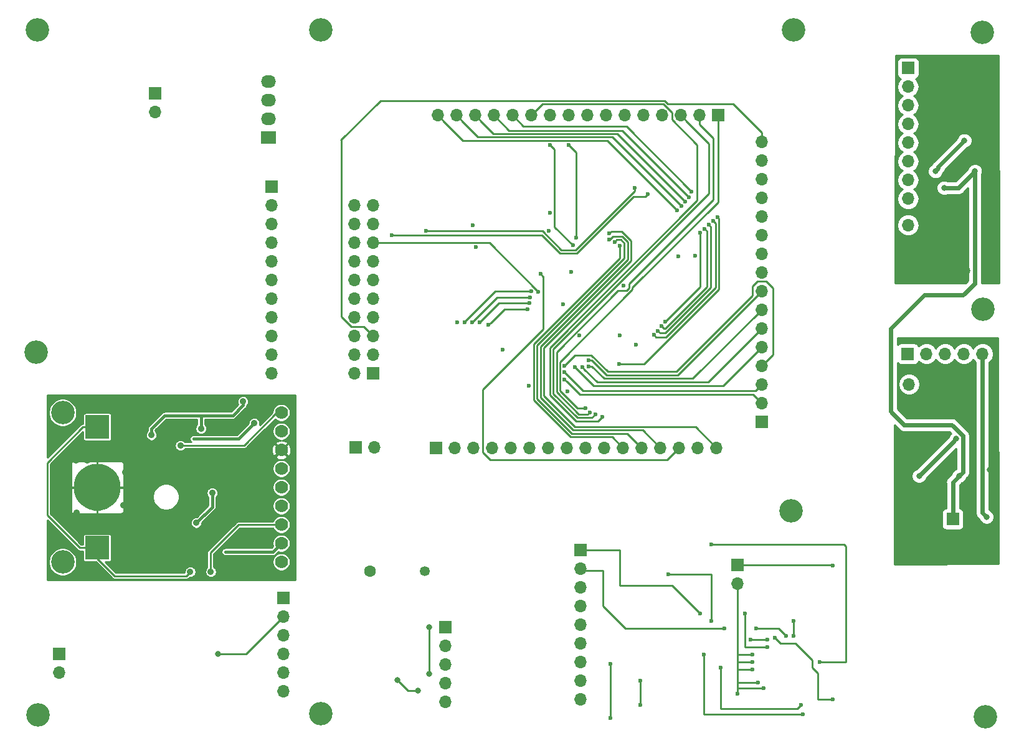
<source format=gbr>
G04 #@! TF.GenerationSoftware,KiCad,Pcbnew,5.0.1-33cea8e~68~ubuntu16.04.1*
G04 #@! TF.CreationDate,2018-10-22T20:49:09-07:00*
G04 #@! TF.ProjectId,STM32,53544D33322E6B696361645F70636200,rev?*
G04 #@! TF.SameCoordinates,Original*
G04 #@! TF.FileFunction,Copper,L4,Bot,Signal*
G04 #@! TF.FilePolarity,Positive*
%FSLAX46Y46*%
G04 Gerber Fmt 4.6, Leading zero omitted, Abs format (unit mm)*
G04 Created by KiCad (PCBNEW 5.0.1-33cea8e~68~ubuntu16.04.1) date Mon 22 Oct 2018 08:49:09 PM PDT*
%MOMM*%
%LPD*%
G01*
G04 APERTURE LIST*
G04 #@! TA.AperFunction,ComponentPad*
%ADD10C,3.200000*%
G04 #@! TD*
G04 #@! TA.AperFunction,ComponentPad*
%ADD11R,1.700000X1.700000*%
G04 #@! TD*
G04 #@! TA.AperFunction,ComponentPad*
%ADD12O,1.700000X1.700000*%
G04 #@! TD*
G04 #@! TA.AperFunction,ComponentPad*
%ADD13R,2.030000X1.730000*%
G04 #@! TD*
G04 #@! TA.AperFunction,ComponentPad*
%ADD14O,2.030000X1.730000*%
G04 #@! TD*
G04 #@! TA.AperFunction,WasherPad*
%ADD15C,1.350000*%
G04 #@! TD*
G04 #@! TA.AperFunction,WasherPad*
%ADD16C,1.600000*%
G04 #@! TD*
G04 #@! TA.AperFunction,SMDPad,CuDef*
%ADD17R,3.200000X3.200000*%
G04 #@! TD*
G04 #@! TA.AperFunction,Conductor*
%ADD18C,0.100000*%
G04 #@! TD*
G04 #@! TA.AperFunction,SMDPad,CuDef*
%ADD19C,6.350000*%
G04 #@! TD*
G04 #@! TA.AperFunction,ComponentPad*
%ADD20C,1.778000*%
G04 #@! TD*
G04 #@! TA.AperFunction,ViaPad*
%ADD21C,0.600000*%
G04 #@! TD*
G04 #@! TA.AperFunction,ViaPad*
%ADD22C,0.906400*%
G04 #@! TD*
G04 #@! TA.AperFunction,ViaPad*
%ADD23C,0.800000*%
G04 #@! TD*
G04 #@! TA.AperFunction,Conductor*
%ADD24C,0.406400*%
G04 #@! TD*
G04 #@! TA.AperFunction,Conductor*
%ADD25C,0.250000*%
G04 #@! TD*
G04 #@! TA.AperFunction,Conductor*
%ADD26C,0.600000*%
G04 #@! TD*
G04 #@! TA.AperFunction,Conductor*
%ADD27C,0.254000*%
G04 #@! TD*
G04 APERTURE END LIST*
D10*
G04 #@! TO.P,U$8,P$1*
G04 #@! TO.N,N/C*
X75300000Y-129875000D03*
G04 #@! TD*
G04 #@! TO.P,U$8,P$1*
G04 #@! TO.N,N/C*
X75075000Y-80525000D03*
G04 #@! TD*
G04 #@! TO.P,U$8,P$1*
G04 #@! TO.N,N/C*
X178050000Y-36600000D03*
G04 #@! TD*
G04 #@! TO.P,U$8,P$1*
G04 #@! TO.N,N/C*
X113750000Y-36600000D03*
G04 #@! TD*
G04 #@! TO.P,U$8,P$1*
G04 #@! TO.N,N/C*
X113775000Y-129725000D03*
G04 #@! TD*
G04 #@! TO.P,U$8,P$1*
G04 #@! TO.N,N/C*
X203775000Y-74675000D03*
G04 #@! TD*
G04 #@! TO.P,U$9,P$1*
G04 #@! TO.N,N/C*
X177675000Y-102125000D03*
G04 #@! TD*
G04 #@! TO.P,U$9,P$1*
G04 #@! TO.N,N/C*
X75200000Y-36600000D03*
G04 #@! TD*
G04 #@! TO.P,U$9,P$1*
G04 #@! TO.N,N/C*
X203675000Y-36975000D03*
G04 #@! TD*
G04 #@! TO.P,U$8,P$1*
G04 #@! TO.N,N/C*
X204100000Y-130075000D03*
G04 #@! TD*
D11*
G04 #@! TO.P,J1,1*
G04 #@! TO.N,+3V3*
X120904000Y-83362800D03*
D12*
G04 #@! TO.P,J1,2*
X118364000Y-83362800D03*
G04 #@! TO.P,J1,3*
G04 #@! TO.N,PB4*
X120904000Y-80822800D03*
G04 #@! TO.P,J1,4*
G04 #@! TO.N,GND*
X118364000Y-80822800D03*
G04 #@! TO.P,J1,5*
G04 #@! TO.N,PA15*
X120904000Y-78282800D03*
G04 #@! TO.P,J1,6*
G04 #@! TO.N,GND*
X118364000Y-78282800D03*
G04 #@! TO.P,J1,7*
G04 #@! TO.N,PA13*
X120904000Y-75742800D03*
G04 #@! TO.P,J1,8*
G04 #@! TO.N,GND*
X118364000Y-75742800D03*
G04 #@! TO.P,J1,9*
G04 #@! TO.N,PA14*
X120904000Y-73202800D03*
G04 #@! TO.P,J1,10*
G04 #@! TO.N,GND*
X118364000Y-73202800D03*
G04 #@! TO.P,J1,11*
G04 #@! TO.N,Net-(10k1-Pad2)*
X120904000Y-70662800D03*
G04 #@! TO.P,J1,12*
G04 #@! TO.N,GND*
X118364000Y-70662800D03*
G04 #@! TO.P,J1,13*
G04 #@! TO.N,PB3*
X120904000Y-68122800D03*
G04 #@! TO.P,J1,14*
G04 #@! TO.N,GND*
X118364000Y-68122800D03*
G04 #@! TO.P,J1,15*
G04 #@! TO.N,RST*
X120904000Y-65582800D03*
G04 #@! TO.P,J1,16*
G04 #@! TO.N,GND*
X118364000Y-65582800D03*
G04 #@! TO.P,J1,17*
G04 #@! TO.N,Net-(10k3-Pad2)*
X120904000Y-63042800D03*
G04 #@! TO.P,J1,18*
G04 #@! TO.N,GND*
X118364000Y-63042800D03*
G04 #@! TO.P,J1,19*
G04 #@! TO.N,Net-(10k2-Pad2)*
X120904000Y-60502800D03*
G04 #@! TO.P,J1,20*
G04 #@! TO.N,GND*
X118364000Y-60502800D03*
G04 #@! TD*
D11*
G04 #@! TO.P,J3,1*
G04 #@! TO.N,PA0*
X173730920Y-89951560D03*
D12*
G04 #@! TO.P,J3,2*
G04 #@! TO.N,PA1*
X173730920Y-87411560D03*
G04 #@! TO.P,J3,3*
G04 #@! TO.N,PA2*
X173730920Y-84871560D03*
G04 #@! TO.P,J3,4*
G04 #@! TO.N,PA3*
X173730920Y-82331560D03*
G04 #@! TO.P,J3,5*
G04 #@! TO.N,PA4*
X173730920Y-79791560D03*
G04 #@! TO.P,J3,6*
G04 #@! TO.N,PA5*
X173730920Y-77251560D03*
G04 #@! TO.P,J3,7*
G04 #@! TO.N,PA6*
X173730920Y-74711560D03*
G04 #@! TO.P,J3,8*
G04 #@! TO.N,PA7*
X173730920Y-72171560D03*
G04 #@! TO.P,J3,9*
G04 #@! TO.N,PA8*
X173730920Y-69631560D03*
G04 #@! TO.P,J3,10*
G04 #@! TO.N,PA9*
X173730920Y-67091560D03*
G04 #@! TO.P,J3,11*
G04 #@! TO.N,PA10*
X173730920Y-64551560D03*
G04 #@! TO.P,J3,12*
G04 #@! TO.N,PA11*
X173730920Y-62011560D03*
G04 #@! TO.P,J3,13*
G04 #@! TO.N,PA12*
X173730920Y-59471560D03*
G04 #@! TO.P,J3,14*
G04 #@! TO.N,PA13*
X173730920Y-56931560D03*
G04 #@! TO.P,J3,15*
G04 #@! TO.N,PA14*
X173730920Y-54391560D03*
G04 #@! TO.P,J3,16*
G04 #@! TO.N,PA15*
X173730920Y-51851560D03*
G04 #@! TD*
D11*
G04 #@! TO.P,J4,1*
G04 #@! TO.N,PB0*
X167746680Y-48280320D03*
D12*
G04 #@! TO.P,J4,2*
G04 #@! TO.N,PB1*
X165206680Y-48280320D03*
G04 #@! TO.P,J4,3*
G04 #@! TO.N,PB2*
X162666680Y-48280320D03*
G04 #@! TO.P,J4,4*
G04 #@! TO.N,PB3*
X160126680Y-48280320D03*
G04 #@! TO.P,J4,5*
G04 #@! TO.N,PB4*
X157586680Y-48280320D03*
G04 #@! TO.P,J4,6*
G04 #@! TO.N,PB5*
X155046680Y-48280320D03*
G04 #@! TO.P,J4,7*
G04 #@! TO.N,PB6*
X152506680Y-48280320D03*
G04 #@! TO.P,J4,8*
G04 #@! TO.N,PB7*
X149966680Y-48280320D03*
G04 #@! TO.P,J4,9*
G04 #@! TO.N,PB8*
X147426680Y-48280320D03*
G04 #@! TO.P,J4,10*
G04 #@! TO.N,PB9*
X144886680Y-48280320D03*
G04 #@! TO.P,J4,11*
G04 #@! TO.N,PB10*
X142346680Y-48280320D03*
G04 #@! TO.P,J4,12*
G04 #@! TO.N,PB11*
X139806680Y-48280320D03*
G04 #@! TO.P,J4,13*
G04 #@! TO.N,PB12*
X137266680Y-48280320D03*
G04 #@! TO.P,J4,14*
G04 #@! TO.N,PB13*
X134726680Y-48280320D03*
G04 #@! TO.P,J4,15*
G04 #@! TO.N,PB14*
X132186680Y-48280320D03*
G04 #@! TO.P,J4,16*
G04 #@! TO.N,PB15*
X129646680Y-48280320D03*
G04 #@! TD*
D11*
G04 #@! TO.P,J5,1*
G04 #@! TO.N,PC0*
X129453640Y-93502480D03*
D12*
G04 #@! TO.P,J5,2*
G04 #@! TO.N,PC1*
X131993640Y-93502480D03*
G04 #@! TO.P,J5,3*
G04 #@! TO.N,PC2*
X134533640Y-93502480D03*
G04 #@! TO.P,J5,4*
G04 #@! TO.N,PC3*
X137073640Y-93502480D03*
G04 #@! TO.P,J5,5*
G04 #@! TO.N,PC4*
X139613640Y-93502480D03*
G04 #@! TO.P,J5,6*
G04 #@! TO.N,PC5*
X142153640Y-93502480D03*
G04 #@! TO.P,J5,7*
G04 #@! TO.N,PC6*
X144693640Y-93502480D03*
G04 #@! TO.P,J5,8*
G04 #@! TO.N,PC7*
X147233640Y-93502480D03*
G04 #@! TO.P,J5,9*
G04 #@! TO.N,PC8*
X149773640Y-93502480D03*
G04 #@! TO.P,J5,10*
G04 #@! TO.N,PC9*
X152313640Y-93502480D03*
G04 #@! TO.P,J5,11*
G04 #@! TO.N,PC10*
X154853640Y-93502480D03*
G04 #@! TO.P,J5,12*
G04 #@! TO.N,PC11*
X157393640Y-93502480D03*
G04 #@! TO.P,J5,13*
G04 #@! TO.N,PC12*
X159933640Y-93502480D03*
G04 #@! TO.P,J5,14*
G04 #@! TO.N,PC13*
X162473640Y-93502480D03*
G04 #@! TO.P,J5,15*
G04 #@! TO.N,Net-(J5-Pad15)*
X165013640Y-93502480D03*
G04 #@! TO.P,J5,16*
G04 #@! TO.N,PD2*
X167553640Y-93502480D03*
G04 #@! TD*
D11*
G04 #@! TO.P,J6,1*
G04 #@! TO.N,GND*
X118465600Y-93487240D03*
D12*
G04 #@! TO.P,J6,2*
G04 #@! TO.N,+3V3*
X121005600Y-93487240D03*
G04 #@! TD*
D11*
G04 #@! TO.P,J9,1*
G04 #@! TO.N,Net-(J2-Pad1)*
X107071480Y-57969400D03*
D12*
G04 #@! TO.P,J9,2*
G04 #@! TO.N,Net-(J2-Pad2)*
X107071480Y-60509400D03*
G04 #@! TO.P,J9,3*
G04 #@! TO.N,Net-(J2-Pad3)*
X107071480Y-63049400D03*
G04 #@! TO.P,J9,4*
G04 #@! TO.N,Net-(J2-Pad4)*
X107071480Y-65589400D03*
G04 #@! TO.P,J9,5*
G04 #@! TO.N,Net-(J2-Pad5)*
X107071480Y-68129400D03*
G04 #@! TO.P,J9,6*
G04 #@! TO.N,Net-(J2-Pad6)*
X107071480Y-70669400D03*
G04 #@! TO.P,J9,7*
G04 #@! TO.N,Net-(J2-Pad7)*
X107071480Y-73209400D03*
G04 #@! TO.P,J9,8*
G04 #@! TO.N,Net-(J2-Pad8)*
X107071480Y-75749400D03*
G04 #@! TO.P,J9,9*
G04 #@! TO.N,Net-(J2-Pad10)*
X107071480Y-78289400D03*
G04 #@! TO.P,J9,10*
G04 #@! TO.N,Net-(J2-Pad9)*
X107071480Y-80829400D03*
G04 #@! TO.P,J9,11*
G04 #@! TO.N,Net-(J2-Pad11)*
X107071480Y-83369400D03*
G04 #@! TD*
D11*
G04 #@! TO.P,J10,1*
G04 #@! TO.N,Net-(C16-Pad2)*
X193722020Y-87402940D03*
D12*
G04 #@! TO.P,J10,2*
G04 #@! TO.N,Net-(C21-Pad1)*
X193722020Y-84862940D03*
G04 #@! TD*
D11*
G04 #@! TO.P,J7,1*
G04 #@! TO.N,Net-(C16-Pad1)*
X199663080Y-103216980D03*
D12*
G04 #@! TO.P,J7,2*
G04 #@! TO.N,Net-(C16-Pad2)*
X197123080Y-103216980D03*
G04 #@! TD*
D11*
G04 #@! TO.P,J8,1*
G04 #@! TO.N,Net-(C16-Pad2)*
X193600000Y-65750000D03*
D12*
G04 #@! TO.P,J8,2*
G04 #@! TO.N,Net-(C18-Pad1)*
X193600000Y-63210000D03*
G04 #@! TD*
D11*
G04 #@! TO.P,J13,1*
G04 #@! TO.N,Net-(C16-Pad2)*
X193600000Y-69400000D03*
D12*
G04 #@! TO.P,J13,2*
X196140000Y-69400000D03*
G04 #@! TO.P,J13,3*
X198680000Y-69400000D03*
G04 #@! TO.P,J13,4*
X201220000Y-69400000D03*
G04 #@! TD*
D11*
G04 #@! TO.P,J14,1*
G04 #@! TO.N,Net-(C21-Pad1)*
X193549300Y-80727820D03*
D12*
G04 #@! TO.P,J14,2*
X196089300Y-80727820D03*
G04 #@! TO.P,J14,3*
X198629300Y-80727820D03*
G04 #@! TO.P,J14,4*
X201169300Y-80727820D03*
G04 #@! TO.P,J14,5*
X203709300Y-80727820D03*
G04 #@! TD*
D11*
G04 #@! TO.P,J12,1*
G04 #@! TO.N,Net-(C16-Pad2)*
X193475640Y-101207840D03*
D12*
G04 #@! TO.P,J12,2*
X193475640Y-103747840D03*
G04 #@! TO.P,J12,3*
X193475640Y-106287840D03*
G04 #@! TD*
D11*
G04 #@! TO.P,J15,1*
G04 #@! TO.N,Net-(C18-Pad1)*
X193600000Y-41840000D03*
D12*
G04 #@! TO.P,J15,2*
X193600000Y-44380000D03*
G04 #@! TO.P,J15,3*
X193600000Y-46920000D03*
G04 #@! TO.P,J15,4*
X193600000Y-49460000D03*
G04 #@! TO.P,J15,5*
X193600000Y-52000000D03*
G04 #@! TO.P,J15,6*
X193600000Y-54540000D03*
G04 #@! TO.P,J15,7*
X193600000Y-57080000D03*
G04 #@! TO.P,J15,8*
X193600000Y-59620000D03*
G04 #@! TD*
D13*
G04 #@! TO.P,,1*
G04 #@! TO.N,/CSB*
X106614900Y-51274240D03*
D14*
G04 #@! TO.P,,2*
G04 #@! TO.N,/SDO*
X106614900Y-48734240D03*
G04 #@! TO.P,,3*
G04 #@! TO.N,/SDI*
X106614900Y-46194240D03*
G04 #@! TO.P,,4*
G04 #@! TO.N,/SCLK*
X106614900Y-43654240D03*
G04 #@! TD*
D11*
G04 #@! TO.P,,1*
G04 #@! TO.N,+3V3*
X91214900Y-45314240D03*
D12*
G04 #@! TO.P,,2*
G04 #@! TO.N,GND*
X91214900Y-47854240D03*
G04 #@! TD*
G04 #@! TO.P,JP2,5*
G04 #@! TO.N,GND*
X130725080Y-128054560D03*
G04 #@! TO.P,JP2,4*
G04 #@! TO.N,VCC*
X130725080Y-125514560D03*
G04 #@! TO.P,JP2,3*
G04 #@! TO.N,/SDA*
X130725080Y-122974560D03*
G04 #@! TO.P,JP2,2*
G04 #@! TO.N,/SCL*
X130725080Y-120434560D03*
D11*
G04 #@! TO.P,JP2,1*
G04 #@! TO.N,/SQW*
X130725080Y-117894560D03*
G04 #@! TD*
D15*
G04 #@! TO.P,B1,*
G04 #@! TO.N,*
X127875080Y-110274560D03*
D16*
X120425080Y-110274560D03*
G04 #@! TD*
D11*
G04 #@! TO.P,J2,1*
G04 #@! TO.N,Net-(C1-Pad2)*
X170408300Y-109474160D03*
D12*
G04 #@! TO.P,J2,2*
G04 #@! TO.N,Net-(C1-Pad1)*
X170408300Y-112014160D03*
G04 #@! TD*
D11*
G04 #@! TO.P,J1,1*
G04 #@! TO.N,Net-(J1-Pad1)*
X149073301Y-107439161D03*
D12*
G04 #@! TO.P,J1,2*
G04 #@! TO.N,Net-(J1-Pad2)*
X149073301Y-109979161D03*
G04 #@! TO.P,J1,3*
G04 #@! TO.N,Net-(D2-Pad1)*
X149073301Y-112519161D03*
G04 #@! TO.P,J1,4*
G04 #@! TO.N,Net-(D1-Pad1)*
X149073301Y-115059161D03*
G04 #@! TO.P,J1,5*
G04 #@! TO.N,Net-(J1-Pad5)*
X149073301Y-117599161D03*
G04 #@! TO.P,J1,6*
G04 #@! TO.N,Net-(J1-Pad6)*
X149073301Y-120139161D03*
G04 #@! TO.P,J1,7*
G04 #@! TO.N,Net-(J1-Pad7)*
X149073301Y-122679161D03*
G04 #@! TO.P,J1,8*
G04 #@! TO.N,Net-(J1-Pad8)*
X149073301Y-125219161D03*
G04 #@! TO.P,J1,9*
G04 #@! TO.N,Net-(J1-Pad9)*
X149073301Y-127759161D03*
G04 #@! TD*
D11*
G04 #@! TO.P,J1,1*
G04 #@! TO.N,Net-(J1-Pad1)*
X78182480Y-121554880D03*
D12*
G04 #@! TO.P,J1,2*
G04 #@! TO.N,Net-(J1-Pad2)*
X78182480Y-124094880D03*
G04 #@! TD*
D11*
G04 #@! TO.P,J2,1*
G04 #@! TO.N,+5V*
X108662480Y-113934880D03*
D12*
G04 #@! TO.P,J2,2*
G04 #@! TO.N,Net-(C2-Pad2)*
X108662480Y-116474880D03*
G04 #@! TO.P,J2,3*
G04 #@! TO.N,GND*
X108662480Y-119014880D03*
G04 #@! TO.P,J2,4*
G04 #@! TO.N,Net-(J2-Pad4)*
X108662480Y-121554880D03*
G04 #@! TO.P,J2,5*
G04 #@! TO.N,Net-(D2-Pad1)*
X108662480Y-124094880D03*
G04 #@! TO.P,J2,6*
G04 #@! TO.N,Net-(D1-Pad1)*
X108662480Y-126634880D03*
G04 #@! TD*
D10*
G04 #@! TO.P,U$8,P$1*
G04 #@! TO.N,N/C*
X78682259Y-109053092D03*
G04 #@! TD*
G04 #@! TO.P,U$9,P$1*
G04 #@! TO.N,N/C*
X78682259Y-88733092D03*
G04 #@! TD*
D17*
G04 #@! TO.P,B1,+$2*
G04 #@! TO.N,Net-(B1-Pad+$1)*
X83381259Y-107118492D03*
G04 #@! TO.P,B1,+$1*
X83381259Y-90667692D03*
D18*
G04 #@! TD*
G04 #@! TO.N,GND*
G04 #@! TO.C,B1*
G36*
X83692464Y-95733379D02*
X84000672Y-95779098D01*
X84302914Y-95854805D01*
X84596280Y-95959773D01*
X84877945Y-96092991D01*
X85145195Y-96253175D01*
X85395459Y-96438783D01*
X85626324Y-96648027D01*
X85835568Y-96878892D01*
X86021176Y-97129156D01*
X86181360Y-97396406D01*
X86314578Y-97678071D01*
X86419546Y-97971437D01*
X86495253Y-98273679D01*
X86540972Y-98581887D01*
X86556260Y-98893091D01*
X86556260Y-98893093D01*
X86540972Y-99204297D01*
X86495253Y-99512505D01*
X86419546Y-99814747D01*
X86314578Y-100108113D01*
X86181360Y-100389778D01*
X86021176Y-100657028D01*
X85835568Y-100907292D01*
X85626324Y-101138157D01*
X85395459Y-101347401D01*
X85145195Y-101533009D01*
X84877945Y-101693193D01*
X84596280Y-101826411D01*
X84302914Y-101931379D01*
X84000672Y-102007086D01*
X83692464Y-102052805D01*
X83381260Y-102068093D01*
X83381258Y-102068093D01*
X83070054Y-102052805D01*
X82761846Y-102007086D01*
X82459604Y-101931379D01*
X82166238Y-101826411D01*
X81884573Y-101693193D01*
X81617323Y-101533009D01*
X81367059Y-101347401D01*
X81136194Y-101138157D01*
X80926950Y-100907292D01*
X80741342Y-100657028D01*
X80581158Y-100389778D01*
X80447940Y-100108113D01*
X80342972Y-99814747D01*
X80267265Y-99512505D01*
X80221546Y-99204297D01*
X80206258Y-98893093D01*
X80206258Y-98893091D01*
X80221546Y-98581887D01*
X80267265Y-98273679D01*
X80342972Y-97971437D01*
X80447940Y-97678071D01*
X80581158Y-97396406D01*
X80741342Y-97129156D01*
X80926950Y-96878892D01*
X81136194Y-96648027D01*
X81367059Y-96438783D01*
X81617323Y-96253175D01*
X81884573Y-96092991D01*
X82166238Y-95959773D01*
X82459604Y-95854805D01*
X82761846Y-95779098D01*
X83070054Y-95733379D01*
X83381258Y-95718091D01*
X83381260Y-95718091D01*
X83692464Y-95733379D01*
X83692464Y-95733379D01*
G37*
D19*
G04 #@! TO.P,B1,-*
G04 #@! TO.N,GND*
X83381259Y-98893092D03*
G04 #@! TD*
D20*
G04 #@! TO.P,JP1,9*
G04 #@! TO.N,3.3V*
X108400259Y-109053092D03*
G04 #@! TO.P,JP1,8*
G04 #@! TO.N,/ENABLE*
X108400259Y-106513092D03*
G04 #@! TO.P,JP1,7*
G04 #@! TO.N,/VBACKUP*
X108400259Y-103973092D03*
G04 #@! TO.P,JP1,6*
G04 #@! TO.N,/FIX*
X108400259Y-101433092D03*
G04 #@! TO.P,JP1,5*
G04 #@! TO.N,/TX*
X108400259Y-98893092D03*
G04 #@! TO.P,JP1,4*
G04 #@! TO.N,/RX*
X108400259Y-96353092D03*
G04 #@! TO.P,JP1,3*
G04 #@! TO.N,GND*
X108400259Y-93813092D03*
G04 #@! TO.P,JP1,2*
G04 #@! TO.N,VIN*
X108400259Y-91273092D03*
G04 #@! TO.P,JP1,1*
G04 #@! TO.N,/1PPS*
X108400259Y-88733092D03*
G04 #@! TD*
D21*
G04 #@! TO.N,GND*
X134457440Y-63230760D03*
X164669720Y-67336912D03*
X148941193Y-78240184D03*
X154914355Y-71441309D03*
X147264130Y-85840471D03*
X146712132Y-73971051D03*
X134818120Y-66207800D03*
X132313680Y-76393040D03*
X147838160Y-69545200D03*
X144896840Y-61549280D03*
X154365960Y-78186280D03*
D22*
X97605259Y-87209092D03*
X99129259Y-95972092D03*
X103193259Y-106005092D03*
X86810259Y-104735092D03*
X94811259Y-109434092D03*
X87572259Y-106640092D03*
X89715259Y-105354092D03*
X90366259Y-101560092D03*
X93414259Y-102576092D03*
X92668259Y-95575092D03*
X91017259Y-97861092D03*
X93795259Y-97623092D03*
X86937259Y-101322092D03*
X87191259Y-96861092D03*
X88715259Y-94575092D03*
X88350259Y-99528092D03*
X88715259Y-103322092D03*
X91509259Y-103989092D03*
X95954259Y-106894092D03*
X94208259Y-105116092D03*
X95319259Y-103465092D03*
X99002259Y-98004092D03*
X99129259Y-94194092D03*
X86746759Y-93622592D03*
X81984259Y-95210092D03*
X83254259Y-94130592D03*
X79444259Y-94067092D03*
X83000259Y-104735092D03*
X80587259Y-102322092D03*
X81222259Y-104608092D03*
X79317259Y-97115092D03*
X78428259Y-99972592D03*
X80460259Y-95210092D03*
X81095259Y-89876092D03*
X85794259Y-91146092D03*
X96208259Y-94956092D03*
X96462259Y-100417092D03*
X96335259Y-97877092D03*
X91382259Y-107148092D03*
X97732259Y-108037092D03*
D21*
G04 #@! TO.N,+3V3*
X144768359Y-64009184D03*
X156632457Y-79510470D03*
X142031720Y-85054440D03*
X162366960Y-67437000D03*
X138518720Y-80159680D03*
G04 #@! TO.N,RST*
X143332200Y-72247760D03*
G04 #@! TO.N,PB4*
X128057393Y-63995278D03*
X156403040Y-58130440D03*
G04 #@! TO.N,PB3*
X123380639Y-64620279D03*
X158170880Y-59009280D03*
G04 #@! TO.N,PA1*
X146905102Y-84183096D03*
G04 #@! TO.N,PA2*
X146900627Y-83212052D03*
G04 #@! TO.N,PA3*
X146888567Y-82347800D03*
G04 #@! TO.N,PA4*
X148316097Y-82563835D03*
G04 #@! TO.N,PA5*
X149280703Y-82542713D03*
G04 #@! TO.N,PA6*
X150160819Y-82415700D03*
G04 #@! TO.N,PA7*
X150177756Y-81596630D03*
G04 #@! TO.N,PB0*
X149737538Y-88150551D03*
G04 #@! TO.N,PB1*
X150341005Y-88675761D03*
G04 #@! TO.N,PB2*
X151088255Y-88961481D03*
G04 #@! TO.N,PB8*
X147447000Y-52297873D03*
X148457920Y-64957960D03*
G04 #@! TO.N,PB9*
X144912080Y-52297873D03*
X148010880Y-65953640D03*
G04 #@! TO.N,PB10*
X152044257Y-89281037D03*
G04 #@! TO.N,PB12*
X167112686Y-62640997D03*
X163835828Y-59409063D03*
X159053755Y-78167393D03*
G04 #@! TO.N,PB13*
X163310830Y-60012702D03*
X166494303Y-63148562D03*
X159599016Y-77581992D03*
G04 #@! TO.N,PB14*
X162768269Y-60600605D03*
X165919454Y-63704950D03*
X160102792Y-76960532D03*
G04 #@! TO.N,PB15*
X162233326Y-61195448D03*
X165354598Y-64271479D03*
X160604200Y-76337160D03*
G04 #@! TO.N,PC0*
X133344920Y-76433680D03*
X142351760Y-72227440D03*
G04 #@! TO.N,PC1*
X134315200Y-76469240D03*
X142211397Y-73015032D03*
G04 #@! TO.N,PC2*
X135314158Y-76476122D03*
X142084668Y-73804932D03*
G04 #@! TO.N,PC3*
X136568061Y-76812589D03*
X141859000Y-74665840D03*
G04 #@! TO.N,PC10*
X154362890Y-65981027D03*
G04 #@! TO.N,PC11*
X153711822Y-65516130D03*
G04 #@! TO.N,PC12*
X152996515Y-65157863D03*
G04 #@! TO.N,PC13*
X143609529Y-69843378D03*
G04 #@! TO.N,PD2*
X152965372Y-64358457D03*
G04 #@! TO.N,PB11*
X164180520Y-58663840D03*
X167715794Y-62115389D03*
X154340560Y-82077560D03*
D23*
G04 #@! TO.N,Net-(C16-Pad1)*
X200531760Y-97324180D03*
X202675000Y-55875000D03*
X198475000Y-58125000D03*
G04 #@! TO.N,Net-(C16-Pad2)*
X204674500Y-96460580D03*
X204771020Y-106597720D03*
X193036220Y-94614000D03*
X199007760Y-83610720D03*
X199925000Y-42700000D03*
X197400000Y-53775000D03*
X205200000Y-68125000D03*
X205175000Y-55525000D03*
G04 #@! TO.N,Net-(C17-Pad1)*
X197300000Y-55875000D03*
X201250000Y-51700000D03*
G04 #@! TO.N,Net-(C20-Pad1)*
X195091080Y-97352120D03*
X200145680Y-92287360D03*
G04 #@! TO.N,Net-(C21-Pad1)*
X204275000Y-102925000D03*
G04 #@! TO.N,Net-(C1-Pad1)*
X128505080Y-117944560D03*
X128505080Y-124294560D03*
D21*
X173964300Y-126238160D03*
X173202300Y-125476160D03*
X172440300Y-123698160D03*
X172440300Y-122682160D03*
X172440300Y-121666160D03*
X170408300Y-127000160D03*
D23*
G04 #@! TO.N,VCC*
X124205080Y-125109570D03*
X126955080Y-126544560D03*
D21*
G04 #@! TO.N,Net-(D1-Pad2)*
X166852300Y-106680160D03*
X181584300Y-122682160D03*
G04 #@! TO.N,Net-(D2-Pad2)*
X161010300Y-110744160D03*
X166852300Y-117094160D03*
X178028300Y-119126160D03*
X178028300Y-117094160D03*
G04 #@! TO.N,Net-(J1-Pad1)*
X165328300Y-116078160D03*
X174472300Y-120650160D03*
X171424300Y-116078160D03*
G04 #@! TO.N,Net-(J1-Pad2)*
X172948300Y-118110160D03*
X177012300Y-119126160D03*
X168630300Y-118110160D03*
G04 #@! TO.N,Net-(J1-Pad5)*
X179298300Y-129794160D03*
X165836300Y-121666160D03*
G04 #@! TO.N,Net-(J1-Pad6)*
X179044300Y-128524160D03*
X168122300Y-123444160D03*
G04 #@! TO.N,Net-(J1-Pad7)*
X153136300Y-122936160D03*
X153136300Y-130302160D03*
G04 #@! TO.N,Net-(J1-Pad8)*
X157200300Y-125222160D03*
X157200300Y-128524160D03*
G04 #@! TO.N,Net-(R2-Pad2)*
X183339300Y-127739160D03*
X175488300Y-119380160D03*
G04 #@! TO.N,Net-(R3-Pad2)*
X174472300Y-119634160D03*
X172186300Y-119634160D03*
G04 #@! TO.N,Net-(C1-Pad2)*
X183339300Y-109497160D03*
D23*
G04 #@! TO.N,Net-(C2-Pad2)*
X99772480Y-121554880D03*
D22*
G04 #@! TO.N,3.3V*
X103193259Y-87209092D03*
X90747259Y-91781092D03*
X97478259Y-90892092D03*
G04 #@! TO.N,VIN*
X104717259Y-90130092D03*
G04 #@! TO.N,/1PPS*
X94684259Y-93178092D03*
G04 #@! TO.N,/FIX*
X99002259Y-99655092D03*
X96843259Y-103719092D03*
G04 #@! TO.N,/VBACKUP*
X98811759Y-110386592D03*
G04 #@! TO.N,Net-(B1-Pad+$1)*
X96017759Y-110386592D03*
G04 #@! TD*
D24*
G04 #@! TO.N,GND*
X83254259Y-87590092D02*
X83127259Y-87590092D01*
X97605259Y-87209092D02*
X97605259Y-87082092D01*
X99129259Y-95972092D02*
X98875259Y-96226092D01*
X103193259Y-106005092D02*
X103447259Y-106005092D01*
D25*
G04 #@! TO.N,RST*
X143332200Y-72247760D02*
X136667240Y-65582800D01*
X136667240Y-65582800D02*
X120904000Y-65582800D01*
G04 #@! TO.N,PB4*
X128481657Y-63995278D02*
X128057393Y-63995278D01*
X143870555Y-63995278D02*
X128481657Y-63995278D01*
X146453918Y-66578641D02*
X143870555Y-63995278D01*
X148379103Y-66578641D02*
X146453918Y-66578641D01*
X156403040Y-58554704D02*
X148379103Y-66578641D01*
X156403040Y-58130440D02*
X156403040Y-58554704D01*
G04 #@! TO.N,PA15*
X173730920Y-51851560D02*
X173730920Y-50649479D01*
X116489480Y-51643280D02*
X116525040Y-51678840D01*
X173730920Y-50649479D02*
X169797121Y-46715680D01*
X169797121Y-46715680D02*
X160937452Y-46715680D01*
X160492522Y-46270750D02*
X121862010Y-46270750D01*
X160937452Y-46715680D02*
X160492522Y-46270750D01*
X121862010Y-46270750D02*
X116489480Y-51643280D01*
X116525040Y-51678840D02*
X116525040Y-75642842D01*
X116525040Y-75642842D02*
X117880594Y-76998396D01*
X117880594Y-76998396D02*
X119619596Y-76998396D01*
X119619596Y-76998396D02*
X120054001Y-77432801D01*
X120054001Y-77432801D02*
X120904000Y-78282800D01*
G04 #@! TO.N,PB3*
X144064234Y-64825367D02*
X143859146Y-64620279D01*
X143859146Y-64620279D02*
X123380639Y-64620279D01*
X146267517Y-67028650D02*
X144064234Y-64825367D01*
X148565503Y-67028651D02*
X146267517Y-67028650D01*
X158170880Y-59009280D02*
X157870881Y-59309279D01*
X157870881Y-59309279D02*
X156284875Y-59309279D01*
X156284875Y-59309279D02*
X148565503Y-67028651D01*
G04 #@! TO.N,PA1*
X173730920Y-87411560D02*
X172536163Y-86216803D01*
X172536163Y-86216803D02*
X148955343Y-86216803D01*
X147205101Y-84483095D02*
X146905102Y-84183096D01*
X148955343Y-86216803D02*
X147221635Y-84483095D01*
X147221635Y-84483095D02*
X147205101Y-84483095D01*
G04 #@! TO.N,PA2*
X149410134Y-85721559D02*
X147200626Y-83512051D01*
X172880921Y-85721559D02*
X149410134Y-85721559D01*
X173730920Y-84871560D02*
X172880921Y-85721559D01*
X147200626Y-83512051D02*
X146900627Y-83212052D01*
G04 #@! TO.N,PA3*
X162108294Y-83154106D02*
X152795906Y-83154106D01*
X152795906Y-83154106D02*
X150541737Y-80899937D01*
X150541737Y-80899937D02*
X148336430Y-80899937D01*
X164327900Y-80899937D02*
X164327900Y-80934500D01*
X164327900Y-80934500D02*
X162108294Y-83154106D01*
X147188566Y-82047801D02*
X146888567Y-82347800D01*
X148336430Y-80899937D02*
X147188566Y-82047801D01*
X172421675Y-71561678D02*
X172421675Y-72806162D01*
X173112273Y-70871080D02*
X172421675Y-71561678D01*
X172421675Y-72806162D02*
X164327900Y-80899937D01*
X174325280Y-70871080D02*
X173112273Y-70871080D01*
X175247898Y-71793698D02*
X174325280Y-70871080D01*
X175247898Y-80814582D02*
X175247898Y-71793698D01*
X173730920Y-82331560D02*
X175247898Y-80814582D01*
G04 #@! TO.N,PA4*
X173730920Y-79791560D02*
X168449715Y-85072765D01*
X150825027Y-85072765D02*
X148616096Y-82863834D01*
X168449715Y-85072765D02*
X150825027Y-85072765D01*
X148616096Y-82863834D02*
X148316097Y-82563835D01*
G04 #@! TO.N,PA5*
X173730920Y-77251560D02*
X166399265Y-84583215D01*
X166399265Y-84583215D02*
X151321205Y-84583215D01*
X149580702Y-82842712D02*
X149280703Y-82542713D01*
X151321205Y-84583215D02*
X149580702Y-82842712D01*
G04 #@! TO.N,PA6*
X173730920Y-74711560D02*
X164348815Y-84093665D01*
X164348815Y-84093665D02*
X152263048Y-84093665D01*
X152263048Y-84093665D02*
X150585083Y-82415700D01*
X150585083Y-82415700D02*
X150160819Y-82415700D01*
G04 #@! TO.N,PA7*
X173730920Y-72171560D02*
X162298364Y-83604116D01*
X162298364Y-83604116D02*
X152609506Y-83604116D01*
X150602020Y-81596630D02*
X150177756Y-81596630D01*
X152609506Y-83604116D02*
X150602020Y-81596630D01*
G04 #@! TO.N,PB0*
X149737538Y-88150551D02*
X148649208Y-88150551D01*
X148649208Y-88150551D02*
X146263567Y-85764910D01*
X146263567Y-85764910D02*
X146263567Y-81857164D01*
X146263567Y-81857164D02*
X156134834Y-71985897D01*
X156134834Y-71985897D02*
X156134834Y-71723787D01*
X156134834Y-71723787D02*
X167746680Y-60111941D01*
X167746680Y-60111941D02*
X167746680Y-49380320D01*
X167746680Y-49380320D02*
X167746680Y-48280320D01*
G04 #@! TO.N,PB1*
X150341005Y-88675761D02*
X150041006Y-88975760D01*
X148838007Y-88975760D02*
X145813556Y-85951309D01*
X150041006Y-88975760D02*
X148838007Y-88975760D01*
X165206680Y-49482401D02*
X165206680Y-48280320D01*
X145813556Y-85951309D02*
X145813556Y-80483922D01*
X145813556Y-80483922D02*
X154172981Y-72124497D01*
X154172981Y-72124497D02*
X155359823Y-72124497D01*
X155359823Y-72124497D02*
X155684823Y-71799497D01*
X155684823Y-71799497D02*
X155684823Y-71157939D01*
X155684823Y-71157939D02*
X167089028Y-59753734D01*
X167089028Y-59753734D02*
X167089028Y-51364749D01*
X167089028Y-51364749D02*
X165206680Y-49482401D01*
G04 #@! TO.N,PB2*
X151088255Y-88961481D02*
X150623966Y-89425769D01*
X166551494Y-58873182D02*
X166551494Y-52165134D01*
X166551494Y-52165134D02*
X163516679Y-49130319D01*
X150623966Y-89425769D02*
X148651606Y-89425769D01*
X148651606Y-89425769D02*
X145363547Y-86137709D01*
X145363547Y-86137709D02*
X145363547Y-80061129D01*
X145363547Y-80061129D02*
X166551494Y-58873182D01*
X163516679Y-49130319D02*
X162666680Y-48280320D01*
G04 #@! TO.N,PB8*
X147746999Y-52597872D02*
X147447000Y-52297873D01*
X148457920Y-64957960D02*
X148457920Y-53308793D01*
X148457920Y-53308793D02*
X147746999Y-52597872D01*
G04 #@! TO.N,PB9*
X145212079Y-52597872D02*
X144912080Y-52297873D01*
X145521841Y-52907634D02*
X145212079Y-52597872D01*
X145521841Y-63464601D02*
X145521841Y-52907634D01*
X148010880Y-65953640D02*
X145521841Y-63464601D01*
G04 #@! TO.N,PB10*
X152044257Y-89281037D02*
X151449514Y-89875780D01*
X148465206Y-89875779D02*
X144913536Y-86324109D01*
X151449514Y-89875780D02*
X148465206Y-89875779D01*
X164916620Y-52269262D02*
X161491679Y-48844321D01*
X144913536Y-86324109D02*
X144913537Y-79874729D01*
X144913537Y-79874729D02*
X164916620Y-59871646D01*
X164916620Y-59871646D02*
X164916620Y-52269262D01*
X161491679Y-48844321D02*
X161491679Y-47906317D01*
X161491679Y-47906317D02*
X160306122Y-46720760D01*
X143906240Y-46720760D02*
X143196679Y-47430321D01*
X160306122Y-46720760D02*
X143906240Y-46720760D01*
X143196679Y-47430321D02*
X142346680Y-48280320D01*
G04 #@! TO.N,PB12*
X163835828Y-59384643D02*
X163835828Y-59409063D01*
X137266680Y-48280320D02*
X139309190Y-50322830D01*
X139309190Y-50322830D02*
X154774015Y-50322830D01*
X154774015Y-50322830D02*
X163835828Y-59384643D01*
X167412685Y-71726497D02*
X167412685Y-62940996D01*
X167412685Y-62940996D02*
X167112686Y-62640997D01*
X160671790Y-78467392D02*
X167412685Y-71726497D01*
X159353754Y-78467392D02*
X160671790Y-78467392D01*
X159053755Y-78167393D02*
X159353754Y-78467392D01*
G04 #@! TO.N,PB13*
X163310830Y-60012702D02*
X154070969Y-50772841D01*
X154070969Y-50772841D02*
X137219201Y-50772841D01*
X137219201Y-50772841D02*
X135576679Y-49130319D01*
X135576679Y-49130319D02*
X134726680Y-48280320D01*
X159599016Y-77581992D02*
X159899015Y-77881991D01*
X160620781Y-77881991D02*
X166794302Y-71708470D01*
X166794302Y-71708470D02*
X166794302Y-63448561D01*
X166794302Y-63448561D02*
X166494303Y-63148562D01*
X159899015Y-77881991D02*
X160620781Y-77881991D01*
G04 #@! TO.N,PB14*
X162768269Y-60600605D02*
X153390516Y-51222852D01*
X153390516Y-51222852D02*
X135129212Y-51222852D01*
X135129212Y-51222852D02*
X133036679Y-49130319D01*
X133036679Y-49130319D02*
X132186680Y-48280320D01*
X160102792Y-76960532D02*
X160402791Y-77260531D01*
X160605831Y-77260531D02*
X166219453Y-71646909D01*
X166219453Y-71646909D02*
X166219453Y-64004949D01*
X166219453Y-64004949D02*
X165919454Y-63704950D01*
X160402791Y-77260531D02*
X160605831Y-77260531D01*
G04 #@! TO.N,PB15*
X130496679Y-49130319D02*
X129646680Y-48280320D01*
X133039223Y-51672863D02*
X130496679Y-49130319D01*
X162233326Y-61195448D02*
X152710741Y-51672863D01*
X152710741Y-51672863D02*
X133039223Y-51672863D01*
X160604200Y-76337160D02*
X165354598Y-71586762D01*
X165354598Y-71586762D02*
X165354598Y-64695743D01*
X165354598Y-64695743D02*
X165354598Y-64271479D01*
G04 #@! TO.N,PC0*
X142351760Y-72227440D02*
X137469471Y-72227440D01*
X137469471Y-72227440D02*
X133344920Y-76351991D01*
X133344920Y-76351991D02*
X133344920Y-76433680D01*
G04 #@! TO.N,PC1*
X137718608Y-73015032D02*
X134315200Y-76418440D01*
X134315200Y-76418440D02*
X134315200Y-76469240D01*
X142211397Y-73015032D02*
X137718608Y-73015032D01*
G04 #@! TO.N,PC2*
X135314158Y-76476122D02*
X137985348Y-73804932D01*
X137985348Y-73804932D02*
X142084668Y-73804932D01*
G04 #@! TO.N,PC3*
X136868060Y-76512590D02*
X136568061Y-76812589D01*
X138714810Y-74665840D02*
X136868060Y-76512590D01*
X141859000Y-74665840D02*
X138714810Y-74665840D01*
G04 #@! TO.N,PC10*
X154362890Y-67729627D02*
X154362890Y-66405291D01*
X142727677Y-79364840D02*
X154362890Y-67729627D01*
X154853640Y-93502480D02*
X153355043Y-92003883D01*
X153355043Y-92003883D02*
X147707587Y-92003883D01*
X154362890Y-66405291D02*
X154362890Y-65981027D01*
X142727677Y-87023973D02*
X142727677Y-79364840D01*
X147707587Y-92003883D02*
X142727677Y-87023973D01*
G04 #@! TO.N,PC11*
X155025742Y-67703186D02*
X155025742Y-65690220D01*
X155445032Y-91553872D02*
X147893987Y-91553872D01*
X154011821Y-65216131D02*
X153711822Y-65516130D01*
X154551653Y-65216131D02*
X154011821Y-65216131D01*
X143177688Y-86837573D02*
X143177688Y-79551240D01*
X147893987Y-91553872D02*
X143177688Y-86837573D01*
X157393640Y-93502480D02*
X155445032Y-91553872D01*
X143177688Y-79551240D02*
X155025742Y-67703186D01*
X155025742Y-65690220D02*
X154551653Y-65216131D01*
G04 #@! TO.N,PC12*
X143627699Y-86651173D02*
X143627699Y-79737640D01*
X155475753Y-67889586D02*
X155475753Y-65491118D01*
X157535021Y-91103861D02*
X148080387Y-91103861D01*
X155475753Y-65491118D02*
X154740762Y-64756127D01*
X143627699Y-79737640D02*
X155475753Y-67889586D01*
X148080387Y-91103861D02*
X143627699Y-86651173D01*
X154740762Y-64756127D02*
X153468407Y-64756127D01*
X159933640Y-93502480D02*
X157535021Y-91103861D01*
X153468407Y-64756127D02*
X153066671Y-65157863D01*
X153066671Y-65157863D02*
X152996515Y-65157863D01*
G04 #@! TO.N,PC13*
X143909528Y-70143377D02*
X143609529Y-69843378D01*
X143958483Y-70192332D02*
X143909528Y-70143377D01*
X135803640Y-94162880D02*
X135803640Y-85552333D01*
X143958483Y-77397490D02*
X143958483Y-70192332D01*
X136773920Y-95133160D02*
X135803640Y-94162880D01*
X160842960Y-95133160D02*
X136773920Y-95133160D01*
X162473640Y-93502480D02*
X160842960Y-95133160D01*
X135803640Y-85552333D02*
X143958483Y-77397490D01*
G04 #@! TO.N,PD2*
X155925764Y-65304718D02*
X154679504Y-64058458D01*
X167553640Y-93502480D02*
X164705010Y-90653850D01*
X153265371Y-64058458D02*
X152965372Y-64358457D01*
X154679504Y-64058458D02*
X153265371Y-64058458D01*
X155925764Y-68075986D02*
X155925764Y-65304718D01*
X148266787Y-90653850D02*
X144077710Y-86464773D01*
X144077710Y-86464773D02*
X144077710Y-79924040D01*
X164705010Y-90653850D02*
X148266787Y-90653850D01*
X144077710Y-79924040D02*
X155925764Y-68075986D01*
G04 #@! TO.N,PB11*
X155300680Y-49784000D02*
X141310360Y-49784000D01*
X141310360Y-49784000D02*
X139806680Y-48280320D01*
X164180520Y-58663840D02*
X155300680Y-49784000D01*
X154340560Y-82077560D02*
X157698032Y-82077560D01*
X157698032Y-82077560D02*
X167862695Y-71912897D01*
X167862695Y-71912897D02*
X167862695Y-62262290D01*
X167862695Y-62262290D02*
X167715794Y-62115389D01*
D26*
G04 #@! TO.N,Net-(C16-Pad1)*
X199663080Y-98192860D02*
X199663080Y-103216980D01*
X200531760Y-97324180D02*
X199663080Y-98192860D01*
X202675000Y-55875000D02*
X200425000Y-58125000D01*
X200425000Y-58125000D02*
X198475000Y-58125000D01*
X202675000Y-56440685D02*
X202675000Y-55875000D01*
X199565322Y-90375000D02*
X193050000Y-90375000D01*
X201045681Y-91855359D02*
X199565322Y-90375000D01*
X193050000Y-90375000D02*
X191250000Y-88575000D01*
X201045681Y-96810259D02*
X201045681Y-91855359D01*
X191250000Y-88575000D02*
X191250000Y-77275000D01*
X191250000Y-77275000D02*
X195775000Y-72750000D01*
X200531760Y-97324180D02*
X201045681Y-96810259D01*
X195775000Y-72750000D02*
X201075000Y-72750000D01*
X202675000Y-71150000D02*
X202675000Y-56440685D01*
X201075000Y-72750000D02*
X202675000Y-71150000D01*
G04 #@! TO.N,Net-(C17-Pad1)*
X197699999Y-55475001D02*
X197699999Y-55300001D01*
X197300000Y-55875000D02*
X197699999Y-55475001D01*
X201250000Y-51750000D02*
X201250000Y-51700000D01*
X197699999Y-55300001D02*
X201250000Y-51750000D01*
G04 #@! TO.N,Net-(C20-Pad1)*
X200145680Y-92297520D02*
X200145680Y-92287360D01*
X195091080Y-97352120D02*
X200145680Y-92297520D01*
G04 #@! TO.N,Net-(C21-Pad1)*
X203709300Y-102359300D02*
X203709300Y-80727820D01*
X204275000Y-102925000D02*
X203709300Y-102359300D01*
D25*
G04 #@! TO.N,Net-(C1-Pad1)*
X128505080Y-117944560D02*
X128505080Y-124294560D01*
X170408300Y-126238160D02*
X170408300Y-125476160D01*
X170408300Y-125476160D02*
X170408300Y-123698160D01*
X170408300Y-123698160D02*
X170408300Y-122682160D01*
X170408300Y-122682160D02*
X170408300Y-121666160D01*
X170408300Y-121666160D02*
X170408300Y-112014160D01*
X173964300Y-126238160D02*
X170408300Y-126238160D01*
X173202300Y-125476160D02*
X170408300Y-125476160D01*
X172440300Y-123698160D02*
X170408300Y-123698160D01*
X172440300Y-122682160D02*
X170408300Y-122682160D01*
X172440300Y-121666160D02*
X170408300Y-121666160D01*
X170408300Y-127000160D02*
X170408300Y-126238160D01*
G04 #@! TO.N,VCC*
X124205080Y-125109570D02*
X125640070Y-126544560D01*
X125640070Y-126544560D02*
X126955080Y-126544560D01*
G04 #@! TO.N,Net-(D1-Pad2)*
X181584300Y-122682160D02*
X185140300Y-122682160D01*
X185140300Y-122682160D02*
X185140300Y-106934160D01*
X185140300Y-106934160D02*
X184886300Y-106680160D01*
X184886300Y-106680160D02*
X166852300Y-106680160D01*
G04 #@! TO.N,Net-(D2-Pad2)*
X161010300Y-110744160D02*
X162026300Y-110744160D01*
X166852300Y-117094160D02*
X166852300Y-110744160D01*
X178028300Y-119126160D02*
X178028300Y-117094160D01*
X166852300Y-110744160D02*
X162026300Y-110744160D01*
G04 #@! TO.N,Net-(J1-Pad1)*
X149076300Y-107442160D02*
X149073301Y-107439161D01*
X154406300Y-107442160D02*
X149076300Y-107442160D01*
X161518300Y-112268160D02*
X154406300Y-112268160D01*
X165328300Y-116078160D02*
X161518300Y-112268160D01*
X171424300Y-120650160D02*
X171424300Y-116078160D01*
X174472300Y-120650160D02*
X171424300Y-120650160D01*
X154406300Y-112268160D02*
X154406300Y-107442160D01*
G04 #@! TO.N,Net-(J1-Pad2)*
X149330300Y-110236160D02*
X149073301Y-109979161D01*
X152120300Y-110236160D02*
X149330300Y-110236160D01*
X177012300Y-119126160D02*
X175996300Y-118110160D01*
X175996300Y-118110160D02*
X172948300Y-118110160D01*
X168630300Y-118110160D02*
X155168300Y-118110160D01*
X155168300Y-118110160D02*
X152120300Y-115062160D01*
X152120300Y-115062160D02*
X152120300Y-110236160D01*
G04 #@! TO.N,Net-(J1-Pad5)*
X165836300Y-129794160D02*
X165836300Y-121666160D01*
X179298300Y-129794160D02*
X165836300Y-129794160D01*
G04 #@! TO.N,Net-(J1-Pad6)*
X168122300Y-129032160D02*
X168122300Y-123444160D01*
X179044300Y-128524160D02*
X178536300Y-129032160D01*
X178536300Y-129032160D02*
X168122300Y-129032160D01*
G04 #@! TO.N,Net-(J1-Pad7)*
X153136300Y-130302160D02*
X153136300Y-122936160D01*
G04 #@! TO.N,Net-(J1-Pad8)*
X157200300Y-128524160D02*
X157200300Y-125222160D01*
G04 #@! TO.N,Net-(R2-Pad2)*
X176250300Y-120142160D02*
X175488300Y-119380160D01*
X178282300Y-120142160D02*
X176250300Y-120142160D01*
X180568300Y-122428160D02*
X178282300Y-120142160D01*
X180568300Y-123444160D02*
X180568300Y-122428160D01*
X181330300Y-127762160D02*
X183316300Y-127762160D01*
X183316300Y-127762160D02*
X183339300Y-127739160D01*
X181330300Y-127762160D02*
X181330300Y-124206160D01*
X180568300Y-123444160D02*
X181330300Y-124206160D01*
G04 #@! TO.N,Net-(R3-Pad2)*
X174472300Y-119634160D02*
X172186300Y-119634160D01*
G04 #@! TO.N,Net-(C1-Pad2)*
X170408300Y-109474160D02*
X183316300Y-109474160D01*
X183316300Y-109474160D02*
X183339300Y-109497160D01*
G04 #@! TO.N,Net-(C2-Pad2)*
X103582480Y-121554880D02*
X108662480Y-116474880D01*
X99772480Y-121554880D02*
X103582480Y-121554880D01*
D24*
G04 #@! TO.N,3.3V*
X103193259Y-87209092D02*
X103193259Y-87717092D01*
X103193259Y-87717092D02*
X101796259Y-89114092D01*
X101796259Y-89114092D02*
X97478259Y-89114092D01*
X97478259Y-89114092D02*
X92525259Y-89114092D01*
X92525259Y-89114092D02*
X90747259Y-90892092D01*
X90747259Y-90892092D02*
X90747259Y-91781092D01*
X97478259Y-90892092D02*
X97478259Y-89114092D01*
G04 #@! TO.N,VIN*
X102558259Y-92289092D02*
X96462259Y-92289092D01*
X104717259Y-90130092D02*
X102558259Y-92289092D01*
D27*
G04 #@! TO.N,/1PPS*
X94684259Y-93178092D02*
X103320259Y-93178092D01*
X103320259Y-93178092D02*
X107765259Y-88733092D01*
X107765259Y-88733092D02*
X108400259Y-88733092D01*
D24*
G04 #@! TO.N,/FIX*
X96843259Y-103719092D02*
X99002259Y-101560092D01*
X99002259Y-101560092D02*
X99002259Y-99655092D01*
D27*
G04 #@! TO.N,/VBACKUP*
X98748259Y-107783092D02*
X102558259Y-103973092D01*
X102558259Y-103973092D02*
X108400259Y-103973092D01*
X98748259Y-107783092D02*
X98748259Y-110323092D01*
X98748259Y-110323092D02*
X98811759Y-110386592D01*
D24*
G04 #@! TO.N,/ENABLE*
X107257259Y-107656092D02*
X100780259Y-107656092D01*
X108400259Y-106513092D02*
X107257259Y-107656092D01*
D27*
G04 #@! TO.N,Net-(B1-Pad+$1)*
X83381259Y-107118492D02*
X83381259Y-108608592D01*
X83381259Y-108608592D02*
X85730759Y-110958092D01*
X85730759Y-110958092D02*
X95509759Y-110958092D01*
X83381259Y-107118492D02*
X81002159Y-107118492D01*
X81002159Y-107118492D02*
X76586759Y-102703092D01*
X76586759Y-102703092D02*
X76586759Y-95527592D01*
X76586759Y-95527592D02*
X81446659Y-90667692D01*
X81446659Y-90667692D02*
X83381259Y-90667692D01*
X95509759Y-110958092D02*
X96017759Y-110450092D01*
X96017759Y-110450092D02*
X96017759Y-110386592D01*
G04 #@! TD*
G04 #@! TO.N,GND*
G36*
X110305259Y-111466092D02*
X76634259Y-111466092D01*
X76634259Y-108862984D01*
X76752059Y-108862984D01*
X76752059Y-109243200D01*
X76826236Y-109616110D01*
X76971738Y-109967384D01*
X77182975Y-110283523D01*
X77451828Y-110552376D01*
X77767967Y-110763613D01*
X78119241Y-110909115D01*
X78492151Y-110983292D01*
X78872367Y-110983292D01*
X79245277Y-110909115D01*
X79596551Y-110763613D01*
X79912690Y-110552376D01*
X80181543Y-110283523D01*
X80392780Y-109967384D01*
X80538282Y-109616110D01*
X80612459Y-109243200D01*
X80612459Y-108862984D01*
X80538282Y-108490074D01*
X80392780Y-108138800D01*
X80181543Y-107822661D01*
X79912690Y-107553808D01*
X79596551Y-107342571D01*
X79245277Y-107197069D01*
X78872367Y-107122892D01*
X78492151Y-107122892D01*
X78119241Y-107197069D01*
X77767967Y-107342571D01*
X77451828Y-107553808D01*
X77182975Y-107822661D01*
X76971738Y-108138800D01*
X76826236Y-108490074D01*
X76752059Y-108862984D01*
X76634259Y-108862984D01*
X76634259Y-103397169D01*
X80662994Y-107425906D01*
X80677306Y-107443345D01*
X80694745Y-107457657D01*
X80694751Y-107457663D01*
X80746923Y-107500479D01*
X80826349Y-107542933D01*
X80912532Y-107569077D01*
X80979699Y-107575692D01*
X80979707Y-107575692D01*
X81002159Y-107577903D01*
X81024611Y-107575692D01*
X81449462Y-107575692D01*
X81449462Y-108718492D01*
X81455837Y-108783222D01*
X81474719Y-108845465D01*
X81505380Y-108902829D01*
X81546643Y-108953108D01*
X81596922Y-108994371D01*
X81654286Y-109025032D01*
X81716529Y-109043914D01*
X81781259Y-109050289D01*
X83176379Y-109050289D01*
X85391594Y-111265506D01*
X85405906Y-111282945D01*
X85423345Y-111297257D01*
X85423351Y-111297263D01*
X85475523Y-111340079D01*
X85554949Y-111382533D01*
X85575008Y-111388618D01*
X85641132Y-111408677D01*
X85708299Y-111415292D01*
X85708309Y-111415292D01*
X85730759Y-111417503D01*
X85753209Y-111415292D01*
X95487309Y-111415292D01*
X95509759Y-111417503D01*
X95532209Y-111415292D01*
X95532219Y-111415292D01*
X95599386Y-111408677D01*
X95685568Y-111382533D01*
X95764995Y-111340079D01*
X95834612Y-111282945D01*
X95848933Y-111265495D01*
X95944436Y-111169992D01*
X96094917Y-111169992D01*
X96246268Y-111139887D01*
X96388838Y-111080832D01*
X96517148Y-110995099D01*
X96626266Y-110885981D01*
X96711999Y-110757671D01*
X96771054Y-110615101D01*
X96801159Y-110463750D01*
X96801159Y-110309434D01*
X98028359Y-110309434D01*
X98028359Y-110463750D01*
X98058464Y-110615101D01*
X98117519Y-110757671D01*
X98203252Y-110885981D01*
X98312370Y-110995099D01*
X98440680Y-111080832D01*
X98583250Y-111139887D01*
X98734601Y-111169992D01*
X98888917Y-111169992D01*
X99040268Y-111139887D01*
X99182838Y-111080832D01*
X99311148Y-110995099D01*
X99420266Y-110885981D01*
X99505999Y-110757671D01*
X99565054Y-110615101D01*
X99595159Y-110463750D01*
X99595159Y-110309434D01*
X99565054Y-110158083D01*
X99505999Y-110015513D01*
X99420266Y-109887203D01*
X99311148Y-109778085D01*
X99205459Y-109707467D01*
X99205459Y-108933011D01*
X107181059Y-108933011D01*
X107181059Y-109173173D01*
X107227912Y-109408719D01*
X107319818Y-109630600D01*
X107453245Y-109830287D01*
X107623064Y-110000106D01*
X107822751Y-110133533D01*
X108044632Y-110225439D01*
X108280178Y-110272292D01*
X108520340Y-110272292D01*
X108755886Y-110225439D01*
X108977767Y-110133533D01*
X109177454Y-110000106D01*
X109347273Y-109830287D01*
X109480700Y-109630600D01*
X109572606Y-109408719D01*
X109619459Y-109173173D01*
X109619459Y-108933011D01*
X109572606Y-108697465D01*
X109480700Y-108475584D01*
X109347273Y-108275897D01*
X109177454Y-108106078D01*
X108977767Y-107972651D01*
X108755886Y-107880745D01*
X108520340Y-107833892D01*
X108280178Y-107833892D01*
X108044632Y-107880745D01*
X107822751Y-107972651D01*
X107623064Y-108106078D01*
X107453245Y-108275897D01*
X107319818Y-108475584D01*
X107227912Y-108697465D01*
X107181059Y-108933011D01*
X99205459Y-108933011D01*
X99205459Y-107972469D01*
X99521836Y-107656092D01*
X100244279Y-107656092D01*
X100254578Y-107760657D01*
X100285078Y-107861203D01*
X100334608Y-107953867D01*
X100401264Y-108035087D01*
X100482484Y-108101743D01*
X100575148Y-108151273D01*
X100675694Y-108181773D01*
X100754064Y-108189492D01*
X107231072Y-108189492D01*
X107257259Y-108192071D01*
X107283446Y-108189492D01*
X107283454Y-108189492D01*
X107361824Y-108181773D01*
X107462370Y-108151273D01*
X107555034Y-108101743D01*
X107636254Y-108035087D01*
X107652954Y-108014738D01*
X108000524Y-107667169D01*
X108044632Y-107685439D01*
X108280178Y-107732292D01*
X108520340Y-107732292D01*
X108755886Y-107685439D01*
X108977767Y-107593533D01*
X109177454Y-107460106D01*
X109347273Y-107290287D01*
X109480700Y-107090600D01*
X109572606Y-106868719D01*
X109619459Y-106633173D01*
X109619459Y-106393011D01*
X109572606Y-106157465D01*
X109480700Y-105935584D01*
X109347273Y-105735897D01*
X109177454Y-105566078D01*
X108977767Y-105432651D01*
X108755886Y-105340745D01*
X108520340Y-105293892D01*
X108280178Y-105293892D01*
X108044632Y-105340745D01*
X107822751Y-105432651D01*
X107623064Y-105566078D01*
X107453245Y-105735897D01*
X107319818Y-105935584D01*
X107227912Y-106157465D01*
X107181059Y-106393011D01*
X107181059Y-106633173D01*
X107227912Y-106868719D01*
X107246182Y-106912827D01*
X107036318Y-107122692D01*
X100754064Y-107122692D01*
X100675694Y-107130411D01*
X100575148Y-107160911D01*
X100482484Y-107210441D01*
X100401264Y-107277097D01*
X100334608Y-107358317D01*
X100285078Y-107450981D01*
X100254578Y-107551527D01*
X100244279Y-107656092D01*
X99521836Y-107656092D01*
X102747638Y-104430292D01*
X107269985Y-104430292D01*
X107319818Y-104550600D01*
X107453245Y-104750287D01*
X107623064Y-104920106D01*
X107822751Y-105053533D01*
X108044632Y-105145439D01*
X108280178Y-105192292D01*
X108520340Y-105192292D01*
X108755886Y-105145439D01*
X108977767Y-105053533D01*
X109177454Y-104920106D01*
X109347273Y-104750287D01*
X109480700Y-104550600D01*
X109572606Y-104328719D01*
X109619459Y-104093173D01*
X109619459Y-103853011D01*
X109572606Y-103617465D01*
X109480700Y-103395584D01*
X109347273Y-103195897D01*
X109177454Y-103026078D01*
X108977767Y-102892651D01*
X108755886Y-102800745D01*
X108520340Y-102753892D01*
X108280178Y-102753892D01*
X108044632Y-102800745D01*
X107822751Y-102892651D01*
X107623064Y-103026078D01*
X107453245Y-103195897D01*
X107319818Y-103395584D01*
X107269985Y-103515892D01*
X102580709Y-103515892D01*
X102558259Y-103513681D01*
X102535809Y-103515892D01*
X102535799Y-103515892D01*
X102468632Y-103522507D01*
X102402508Y-103542566D01*
X102382449Y-103548651D01*
X102303023Y-103591105D01*
X102250851Y-103633921D01*
X102250845Y-103633927D01*
X102233406Y-103648239D01*
X102219094Y-103665678D01*
X98440856Y-107443918D01*
X98423406Y-107458239D01*
X98366272Y-107527857D01*
X98323818Y-107607284D01*
X98297674Y-107693466D01*
X98291059Y-107760633D01*
X98291059Y-107760642D01*
X98288848Y-107783092D01*
X98291059Y-107805542D01*
X98291060Y-109799395D01*
X98203252Y-109887203D01*
X98117519Y-110015513D01*
X98058464Y-110158083D01*
X98028359Y-110309434D01*
X96801159Y-110309434D01*
X96771054Y-110158083D01*
X96711999Y-110015513D01*
X96626266Y-109887203D01*
X96517148Y-109778085D01*
X96388838Y-109692352D01*
X96246268Y-109633297D01*
X96094917Y-109603192D01*
X95940601Y-109603192D01*
X95789250Y-109633297D01*
X95646680Y-109692352D01*
X95518370Y-109778085D01*
X95409252Y-109887203D01*
X95323519Y-110015513D01*
X95264464Y-110158083D01*
X95234359Y-110309434D01*
X95234359Y-110463750D01*
X95241747Y-110500892D01*
X85920138Y-110500892D01*
X84469534Y-109050289D01*
X84981259Y-109050289D01*
X85045989Y-109043914D01*
X85108232Y-109025032D01*
X85165596Y-108994371D01*
X85215875Y-108953108D01*
X85257138Y-108902829D01*
X85287799Y-108845465D01*
X85306681Y-108783222D01*
X85313056Y-108718492D01*
X85313056Y-105518492D01*
X85306681Y-105453762D01*
X85287799Y-105391519D01*
X85257138Y-105334155D01*
X85215875Y-105283876D01*
X85165596Y-105242613D01*
X85108232Y-105211952D01*
X85045989Y-105193070D01*
X84981259Y-105186695D01*
X81781259Y-105186695D01*
X81716529Y-105193070D01*
X81654286Y-105211952D01*
X81596922Y-105242613D01*
X81546643Y-105283876D01*
X81505380Y-105334155D01*
X81474719Y-105391519D01*
X81455837Y-105453762D01*
X81449462Y-105518492D01*
X81449462Y-106661292D01*
X81191538Y-106661292D01*
X78172179Y-103641934D01*
X96059859Y-103641934D01*
X96059859Y-103796250D01*
X96089964Y-103947601D01*
X96149019Y-104090171D01*
X96234752Y-104218481D01*
X96343870Y-104327599D01*
X96472180Y-104413332D01*
X96614750Y-104472387D01*
X96766101Y-104502492D01*
X96920417Y-104502492D01*
X97071768Y-104472387D01*
X97214338Y-104413332D01*
X97342648Y-104327599D01*
X97451766Y-104218481D01*
X97537499Y-104090171D01*
X97596554Y-103947601D01*
X97626659Y-103796250D01*
X97626659Y-103690033D01*
X99360910Y-101955783D01*
X99381254Y-101939087D01*
X99447910Y-101857867D01*
X99497440Y-101765203D01*
X99527940Y-101664657D01*
X99535659Y-101586287D01*
X99535659Y-101586280D01*
X99538238Y-101560093D01*
X99535659Y-101533906D01*
X99535659Y-101313011D01*
X107181059Y-101313011D01*
X107181059Y-101553173D01*
X107227912Y-101788719D01*
X107319818Y-102010600D01*
X107453245Y-102210287D01*
X107623064Y-102380106D01*
X107822751Y-102513533D01*
X108044632Y-102605439D01*
X108280178Y-102652292D01*
X108520340Y-102652292D01*
X108755886Y-102605439D01*
X108977767Y-102513533D01*
X109177454Y-102380106D01*
X109347273Y-102210287D01*
X109480700Y-102010600D01*
X109572606Y-101788719D01*
X109619459Y-101553173D01*
X109619459Y-101313011D01*
X109572606Y-101077465D01*
X109480700Y-100855584D01*
X109347273Y-100655897D01*
X109177454Y-100486078D01*
X108977767Y-100352651D01*
X108755886Y-100260745D01*
X108520340Y-100213892D01*
X108280178Y-100213892D01*
X108044632Y-100260745D01*
X107822751Y-100352651D01*
X107623064Y-100486078D01*
X107453245Y-100655897D01*
X107319818Y-100855584D01*
X107227912Y-101077465D01*
X107181059Y-101313011D01*
X99535659Y-101313011D01*
X99535659Y-100229588D01*
X99610766Y-100154481D01*
X99696499Y-100026171D01*
X99755554Y-99883601D01*
X99785659Y-99732250D01*
X99785659Y-99577934D01*
X99755554Y-99426583D01*
X99696499Y-99284013D01*
X99610766Y-99155703D01*
X99501648Y-99046585D01*
X99373338Y-98960852D01*
X99230768Y-98901797D01*
X99079417Y-98871692D01*
X98925101Y-98871692D01*
X98773750Y-98901797D01*
X98631180Y-98960852D01*
X98502870Y-99046585D01*
X98393752Y-99155703D01*
X98308019Y-99284013D01*
X98248964Y-99426583D01*
X98218859Y-99577934D01*
X98218859Y-99732250D01*
X98248964Y-99883601D01*
X98308019Y-100026171D01*
X98393752Y-100154481D01*
X98468860Y-100229589D01*
X98468859Y-101339150D01*
X96872318Y-102935692D01*
X96766101Y-102935692D01*
X96614750Y-102965797D01*
X96472180Y-103024852D01*
X96343870Y-103110585D01*
X96234752Y-103219703D01*
X96149019Y-103348013D01*
X96089964Y-103490583D01*
X96059859Y-103641934D01*
X78172179Y-103641934D01*
X77043959Y-102513715D01*
X77043959Y-99025842D01*
X79775259Y-99025842D01*
X79775259Y-102110542D01*
X79791822Y-102193810D01*
X79824312Y-102272247D01*
X79871480Y-102342839D01*
X79931513Y-102402872D01*
X80002104Y-102450039D01*
X80080541Y-102482529D01*
X80163809Y-102499092D01*
X83248509Y-102499092D01*
X83356259Y-102391342D01*
X83356259Y-98918092D01*
X83406259Y-98918092D01*
X83406259Y-102391342D01*
X83514009Y-102499092D01*
X86598709Y-102499092D01*
X86681977Y-102482529D01*
X86760414Y-102450039D01*
X86831005Y-102402872D01*
X86891038Y-102342839D01*
X86938206Y-102272247D01*
X86970696Y-102193810D01*
X86987259Y-102110542D01*
X86987259Y-100020833D01*
X90876059Y-100020833D01*
X90876059Y-100381351D01*
X90946392Y-100734942D01*
X91084356Y-101068017D01*
X91284649Y-101367777D01*
X91539574Y-101622702D01*
X91839334Y-101822995D01*
X92172409Y-101960959D01*
X92526000Y-102031292D01*
X92886518Y-102031292D01*
X93240109Y-101960959D01*
X93573184Y-101822995D01*
X93872944Y-101622702D01*
X94127869Y-101367777D01*
X94328162Y-101068017D01*
X94466126Y-100734942D01*
X94536459Y-100381351D01*
X94536459Y-100020833D01*
X94466126Y-99667242D01*
X94328162Y-99334167D01*
X94127869Y-99034407D01*
X93872944Y-98779482D01*
X93863260Y-98773011D01*
X107181059Y-98773011D01*
X107181059Y-99013173D01*
X107227912Y-99248719D01*
X107319818Y-99470600D01*
X107453245Y-99670287D01*
X107623064Y-99840106D01*
X107822751Y-99973533D01*
X108044632Y-100065439D01*
X108280178Y-100112292D01*
X108520340Y-100112292D01*
X108755886Y-100065439D01*
X108977767Y-99973533D01*
X109177454Y-99840106D01*
X109347273Y-99670287D01*
X109480700Y-99470600D01*
X109572606Y-99248719D01*
X109619459Y-99013173D01*
X109619459Y-98773011D01*
X109572606Y-98537465D01*
X109480700Y-98315584D01*
X109347273Y-98115897D01*
X109177454Y-97946078D01*
X108977767Y-97812651D01*
X108755886Y-97720745D01*
X108520340Y-97673892D01*
X108280178Y-97673892D01*
X108044632Y-97720745D01*
X107822751Y-97812651D01*
X107623064Y-97946078D01*
X107453245Y-98115897D01*
X107319818Y-98315584D01*
X107227912Y-98537465D01*
X107181059Y-98773011D01*
X93863260Y-98773011D01*
X93573184Y-98579189D01*
X93240109Y-98441225D01*
X92886518Y-98370892D01*
X92526000Y-98370892D01*
X92172409Y-98441225D01*
X91839334Y-98579189D01*
X91539574Y-98779482D01*
X91284649Y-99034407D01*
X91084356Y-99334167D01*
X90946392Y-99667242D01*
X90876059Y-100020833D01*
X86987259Y-100020833D01*
X86987259Y-99025842D01*
X86879509Y-98918092D01*
X83406259Y-98918092D01*
X83356259Y-98918092D01*
X79883009Y-98918092D01*
X79775259Y-99025842D01*
X77043959Y-99025842D01*
X77043959Y-95716969D01*
X77085286Y-95675642D01*
X79775259Y-95675642D01*
X79775259Y-98760342D01*
X79883009Y-98868092D01*
X83356259Y-98868092D01*
X83356259Y-95394842D01*
X83406259Y-95394842D01*
X83406259Y-98868092D01*
X86879509Y-98868092D01*
X86987259Y-98760342D01*
X86987259Y-96233011D01*
X107181059Y-96233011D01*
X107181059Y-96473173D01*
X107227912Y-96708719D01*
X107319818Y-96930600D01*
X107453245Y-97130287D01*
X107623064Y-97300106D01*
X107822751Y-97433533D01*
X108044632Y-97525439D01*
X108280178Y-97572292D01*
X108520340Y-97572292D01*
X108755886Y-97525439D01*
X108977767Y-97433533D01*
X109177454Y-97300106D01*
X109347273Y-97130287D01*
X109480700Y-96930600D01*
X109572606Y-96708719D01*
X109619459Y-96473173D01*
X109619459Y-96233011D01*
X109572606Y-95997465D01*
X109480700Y-95775584D01*
X109347273Y-95575897D01*
X109177454Y-95406078D01*
X108977767Y-95272651D01*
X108755886Y-95180745D01*
X108520340Y-95133892D01*
X108441317Y-95133892D01*
X108632407Y-95119004D01*
X108882717Y-95048622D01*
X109114487Y-94930758D01*
X109159526Y-94900665D01*
X109244107Y-94692295D01*
X108400259Y-93848447D01*
X107556411Y-94692295D01*
X107640992Y-94900665D01*
X107867757Y-95027893D01*
X108114985Y-95108437D01*
X108328619Y-95133892D01*
X108280178Y-95133892D01*
X108044632Y-95180745D01*
X107822751Y-95272651D01*
X107623064Y-95406078D01*
X107453245Y-95575897D01*
X107319818Y-95775584D01*
X107227912Y-95997465D01*
X107181059Y-96233011D01*
X86987259Y-96233011D01*
X86987259Y-95675642D01*
X86970696Y-95592374D01*
X86938206Y-95513937D01*
X86891038Y-95443345D01*
X86831005Y-95383312D01*
X86760414Y-95336145D01*
X86681977Y-95303655D01*
X86598709Y-95287092D01*
X83514009Y-95287092D01*
X83406259Y-95394842D01*
X83356259Y-95394842D01*
X83248509Y-95287092D01*
X80163809Y-95287092D01*
X80080541Y-95303655D01*
X80002104Y-95336145D01*
X79931513Y-95383312D01*
X79871480Y-95443345D01*
X79824312Y-95513937D01*
X79791822Y-95592374D01*
X79775259Y-95675642D01*
X77085286Y-95675642D01*
X79659994Y-93100934D01*
X93900859Y-93100934D01*
X93900859Y-93255250D01*
X93930964Y-93406601D01*
X93990019Y-93549171D01*
X94075752Y-93677481D01*
X94184870Y-93786599D01*
X94313180Y-93872332D01*
X94455750Y-93931387D01*
X94607101Y-93961492D01*
X94761417Y-93961492D01*
X94912768Y-93931387D01*
X95055338Y-93872332D01*
X95183648Y-93786599D01*
X95184239Y-93786008D01*
X107074150Y-93786008D01*
X107094347Y-94045240D01*
X107164729Y-94295550D01*
X107282593Y-94527320D01*
X107312686Y-94572359D01*
X107521056Y-94656940D01*
X108364904Y-93813092D01*
X108435614Y-93813092D01*
X109279462Y-94656940D01*
X109487832Y-94572359D01*
X109615060Y-94345594D01*
X109695604Y-94098366D01*
X109726368Y-93840176D01*
X109706171Y-93580944D01*
X109635789Y-93330634D01*
X109517925Y-93098864D01*
X109487832Y-93053825D01*
X109279462Y-92969244D01*
X108435614Y-93813092D01*
X108364904Y-93813092D01*
X107521056Y-92969244D01*
X107312686Y-93053825D01*
X107185458Y-93280590D01*
X107104914Y-93527818D01*
X107074150Y-93786008D01*
X95184239Y-93786008D01*
X95292766Y-93677481D01*
X95320955Y-93635292D01*
X103297809Y-93635292D01*
X103320259Y-93637503D01*
X103342709Y-93635292D01*
X103342719Y-93635292D01*
X103409886Y-93628677D01*
X103496068Y-93602533D01*
X103575495Y-93560079D01*
X103645112Y-93502945D01*
X103659433Y-93485495D01*
X105991917Y-91153011D01*
X107181059Y-91153011D01*
X107181059Y-91393173D01*
X107227912Y-91628719D01*
X107319818Y-91850600D01*
X107453245Y-92050287D01*
X107623064Y-92220106D01*
X107822751Y-92353533D01*
X108044632Y-92445439D01*
X108280178Y-92492292D01*
X108359201Y-92492292D01*
X108168111Y-92507180D01*
X107917801Y-92577562D01*
X107686031Y-92695426D01*
X107640992Y-92725519D01*
X107556411Y-92933889D01*
X108400259Y-93777737D01*
X109244107Y-92933889D01*
X109159526Y-92725519D01*
X108932761Y-92598291D01*
X108685533Y-92517747D01*
X108471899Y-92492292D01*
X108520340Y-92492292D01*
X108755886Y-92445439D01*
X108977767Y-92353533D01*
X109177454Y-92220106D01*
X109347273Y-92050287D01*
X109480700Y-91850600D01*
X109572606Y-91628719D01*
X109619459Y-91393173D01*
X109619459Y-91153011D01*
X109572606Y-90917465D01*
X109480700Y-90695584D01*
X109347273Y-90495897D01*
X109177454Y-90326078D01*
X108977767Y-90192651D01*
X108755886Y-90100745D01*
X108520340Y-90053892D01*
X108280178Y-90053892D01*
X108044632Y-90100745D01*
X107822751Y-90192651D01*
X107623064Y-90326078D01*
X107453245Y-90495897D01*
X107319818Y-90695584D01*
X107227912Y-90917465D01*
X107181059Y-91153011D01*
X105991917Y-91153011D01*
X107543943Y-89600985D01*
X107623064Y-89680106D01*
X107822751Y-89813533D01*
X108044632Y-89905439D01*
X108280178Y-89952292D01*
X108520340Y-89952292D01*
X108755886Y-89905439D01*
X108977767Y-89813533D01*
X109177454Y-89680106D01*
X109347273Y-89510287D01*
X109480700Y-89310600D01*
X109572606Y-89088719D01*
X109619459Y-88853173D01*
X109619459Y-88613011D01*
X109572606Y-88377465D01*
X109480700Y-88155584D01*
X109347273Y-87955897D01*
X109177454Y-87786078D01*
X108977767Y-87652651D01*
X108755886Y-87560745D01*
X108520340Y-87513892D01*
X108280178Y-87513892D01*
X108044632Y-87560745D01*
X107822751Y-87652651D01*
X107623064Y-87786078D01*
X107453245Y-87955897D01*
X107319818Y-88155584D01*
X107227912Y-88377465D01*
X107181059Y-88613011D01*
X107181059Y-88670714D01*
X105454560Y-90397213D01*
X105470554Y-90358601D01*
X105500659Y-90207250D01*
X105500659Y-90052934D01*
X105470554Y-89901583D01*
X105411499Y-89759013D01*
X105325766Y-89630703D01*
X105216648Y-89521585D01*
X105088338Y-89435852D01*
X104945768Y-89376797D01*
X104794417Y-89346692D01*
X104640101Y-89346692D01*
X104488750Y-89376797D01*
X104346180Y-89435852D01*
X104217870Y-89521585D01*
X104108752Y-89630703D01*
X104023019Y-89759013D01*
X103963964Y-89901583D01*
X103933859Y-90052934D01*
X103933859Y-90159150D01*
X102337318Y-91755692D01*
X96436064Y-91755692D01*
X96357694Y-91763411D01*
X96257148Y-91793911D01*
X96164484Y-91843441D01*
X96083264Y-91910097D01*
X96016608Y-91991317D01*
X95967078Y-92083981D01*
X95936578Y-92184527D01*
X95926279Y-92289092D01*
X95936578Y-92393657D01*
X95967078Y-92494203D01*
X96016608Y-92586867D01*
X96083264Y-92668087D01*
X96147607Y-92720892D01*
X95320955Y-92720892D01*
X95292766Y-92678703D01*
X95183648Y-92569585D01*
X95055338Y-92483852D01*
X94912768Y-92424797D01*
X94761417Y-92394692D01*
X94607101Y-92394692D01*
X94455750Y-92424797D01*
X94313180Y-92483852D01*
X94184870Y-92569585D01*
X94075752Y-92678703D01*
X93990019Y-92807013D01*
X93930964Y-92949583D01*
X93900859Y-93100934D01*
X79659994Y-93100934D01*
X81449462Y-91311467D01*
X81449462Y-92267692D01*
X81455837Y-92332422D01*
X81474719Y-92394665D01*
X81505380Y-92452029D01*
X81546643Y-92502308D01*
X81596922Y-92543571D01*
X81654286Y-92574232D01*
X81716529Y-92593114D01*
X81781259Y-92599489D01*
X84981259Y-92599489D01*
X85045989Y-92593114D01*
X85108232Y-92574232D01*
X85165596Y-92543571D01*
X85215875Y-92502308D01*
X85257138Y-92452029D01*
X85287799Y-92394665D01*
X85306681Y-92332422D01*
X85313056Y-92267692D01*
X85313056Y-91703934D01*
X89963859Y-91703934D01*
X89963859Y-91858250D01*
X89993964Y-92009601D01*
X90053019Y-92152171D01*
X90138752Y-92280481D01*
X90247870Y-92389599D01*
X90376180Y-92475332D01*
X90518750Y-92534387D01*
X90670101Y-92564492D01*
X90824417Y-92564492D01*
X90975768Y-92534387D01*
X91118338Y-92475332D01*
X91246648Y-92389599D01*
X91355766Y-92280481D01*
X91441499Y-92152171D01*
X91500554Y-92009601D01*
X91530659Y-91858250D01*
X91530659Y-91703934D01*
X91500554Y-91552583D01*
X91441499Y-91410013D01*
X91355766Y-91281703D01*
X91280659Y-91206596D01*
X91280659Y-91113033D01*
X92746200Y-89647492D01*
X96944860Y-89647492D01*
X96944859Y-90317596D01*
X96869752Y-90392703D01*
X96784019Y-90521013D01*
X96724964Y-90663583D01*
X96694859Y-90814934D01*
X96694859Y-90969250D01*
X96724964Y-91120601D01*
X96784019Y-91263171D01*
X96869752Y-91391481D01*
X96978870Y-91500599D01*
X97107180Y-91586332D01*
X97249750Y-91645387D01*
X97401101Y-91675492D01*
X97555417Y-91675492D01*
X97706768Y-91645387D01*
X97849338Y-91586332D01*
X97977648Y-91500599D01*
X98086766Y-91391481D01*
X98172499Y-91263171D01*
X98231554Y-91120601D01*
X98261659Y-90969250D01*
X98261659Y-90814934D01*
X98231554Y-90663583D01*
X98172499Y-90521013D01*
X98086766Y-90392703D01*
X98011659Y-90317596D01*
X98011659Y-89647492D01*
X101770072Y-89647492D01*
X101796259Y-89650071D01*
X101822446Y-89647492D01*
X101822454Y-89647492D01*
X101900824Y-89639773D01*
X102001370Y-89609273D01*
X102094034Y-89559743D01*
X102175254Y-89493087D01*
X102191954Y-89472738D01*
X103551910Y-88112783D01*
X103572254Y-88096087D01*
X103638910Y-88014867D01*
X103688440Y-87922203D01*
X103718940Y-87821657D01*
X103722256Y-87787991D01*
X103801766Y-87708481D01*
X103887499Y-87580171D01*
X103946554Y-87437601D01*
X103976659Y-87286250D01*
X103976659Y-87131934D01*
X103946554Y-86980583D01*
X103887499Y-86838013D01*
X103801766Y-86709703D01*
X103692648Y-86600585D01*
X103564338Y-86514852D01*
X103421768Y-86455797D01*
X103270417Y-86425692D01*
X103116101Y-86425692D01*
X102964750Y-86455797D01*
X102822180Y-86514852D01*
X102693870Y-86600585D01*
X102584752Y-86709703D01*
X102499019Y-86838013D01*
X102439964Y-86980583D01*
X102409859Y-87131934D01*
X102409859Y-87286250D01*
X102439964Y-87437601D01*
X102499019Y-87580171D01*
X102529788Y-87626221D01*
X101575318Y-88580692D01*
X97504454Y-88580692D01*
X97478259Y-88578112D01*
X97452065Y-88580692D01*
X92551453Y-88580692D01*
X92525259Y-88578112D01*
X92499065Y-88580692D01*
X92499064Y-88580692D01*
X92420694Y-88588411D01*
X92320148Y-88618911D01*
X92227484Y-88668441D01*
X92146264Y-88735097D01*
X92129566Y-88755444D01*
X90388614Y-90496396D01*
X90368264Y-90513097D01*
X90301608Y-90594317D01*
X90252078Y-90686982D01*
X90221578Y-90787528D01*
X90213859Y-90865898D01*
X90213859Y-90865905D01*
X90211280Y-90892092D01*
X90213859Y-90918279D01*
X90213859Y-91206596D01*
X90138752Y-91281703D01*
X90053019Y-91410013D01*
X89993964Y-91552583D01*
X89963859Y-91703934D01*
X85313056Y-91703934D01*
X85313056Y-89067692D01*
X85306681Y-89002962D01*
X85287799Y-88940719D01*
X85257138Y-88883355D01*
X85215875Y-88833076D01*
X85165596Y-88791813D01*
X85108232Y-88761152D01*
X85045989Y-88742270D01*
X84981259Y-88735895D01*
X81781259Y-88735895D01*
X81716529Y-88742270D01*
X81654286Y-88761152D01*
X81596922Y-88791813D01*
X81546643Y-88833076D01*
X81505380Y-88883355D01*
X81474719Y-88940719D01*
X81455837Y-89002962D01*
X81449462Y-89067692D01*
X81449462Y-90208557D01*
X81446658Y-90208281D01*
X81424208Y-90210492D01*
X81424199Y-90210492D01*
X81357032Y-90217107D01*
X81270850Y-90243251D01*
X81233876Y-90263014D01*
X81191422Y-90285705D01*
X81142229Y-90326078D01*
X81121806Y-90342839D01*
X81107489Y-90360284D01*
X76634259Y-94833515D01*
X76634259Y-88542984D01*
X76752059Y-88542984D01*
X76752059Y-88923200D01*
X76826236Y-89296110D01*
X76971738Y-89647384D01*
X77182975Y-89963523D01*
X77451828Y-90232376D01*
X77767967Y-90443613D01*
X78119241Y-90589115D01*
X78492151Y-90663292D01*
X78872367Y-90663292D01*
X79245277Y-90589115D01*
X79596551Y-90443613D01*
X79912690Y-90232376D01*
X80181543Y-89963523D01*
X80392780Y-89647384D01*
X80538282Y-89296110D01*
X80612459Y-88923200D01*
X80612459Y-88542984D01*
X80538282Y-88170074D01*
X80392780Y-87818800D01*
X80181543Y-87502661D01*
X79912690Y-87233808D01*
X79596551Y-87022571D01*
X79245277Y-86877069D01*
X78872367Y-86802892D01*
X78492151Y-86802892D01*
X78119241Y-86877069D01*
X77767967Y-87022571D01*
X77451828Y-87233808D01*
X77182975Y-87502661D01*
X76971738Y-87818800D01*
X76826236Y-88170074D01*
X76752059Y-88542984D01*
X76634259Y-88542984D01*
X76634259Y-86320092D01*
X110305259Y-86320092D01*
X110305259Y-111466092D01*
X110305259Y-111466092D01*
G37*
X110305259Y-111466092D02*
X76634259Y-111466092D01*
X76634259Y-108862984D01*
X76752059Y-108862984D01*
X76752059Y-109243200D01*
X76826236Y-109616110D01*
X76971738Y-109967384D01*
X77182975Y-110283523D01*
X77451828Y-110552376D01*
X77767967Y-110763613D01*
X78119241Y-110909115D01*
X78492151Y-110983292D01*
X78872367Y-110983292D01*
X79245277Y-110909115D01*
X79596551Y-110763613D01*
X79912690Y-110552376D01*
X80181543Y-110283523D01*
X80392780Y-109967384D01*
X80538282Y-109616110D01*
X80612459Y-109243200D01*
X80612459Y-108862984D01*
X80538282Y-108490074D01*
X80392780Y-108138800D01*
X80181543Y-107822661D01*
X79912690Y-107553808D01*
X79596551Y-107342571D01*
X79245277Y-107197069D01*
X78872367Y-107122892D01*
X78492151Y-107122892D01*
X78119241Y-107197069D01*
X77767967Y-107342571D01*
X77451828Y-107553808D01*
X77182975Y-107822661D01*
X76971738Y-108138800D01*
X76826236Y-108490074D01*
X76752059Y-108862984D01*
X76634259Y-108862984D01*
X76634259Y-103397169D01*
X80662994Y-107425906D01*
X80677306Y-107443345D01*
X80694745Y-107457657D01*
X80694751Y-107457663D01*
X80746923Y-107500479D01*
X80826349Y-107542933D01*
X80912532Y-107569077D01*
X80979699Y-107575692D01*
X80979707Y-107575692D01*
X81002159Y-107577903D01*
X81024611Y-107575692D01*
X81449462Y-107575692D01*
X81449462Y-108718492D01*
X81455837Y-108783222D01*
X81474719Y-108845465D01*
X81505380Y-108902829D01*
X81546643Y-108953108D01*
X81596922Y-108994371D01*
X81654286Y-109025032D01*
X81716529Y-109043914D01*
X81781259Y-109050289D01*
X83176379Y-109050289D01*
X85391594Y-111265506D01*
X85405906Y-111282945D01*
X85423345Y-111297257D01*
X85423351Y-111297263D01*
X85475523Y-111340079D01*
X85554949Y-111382533D01*
X85575008Y-111388618D01*
X85641132Y-111408677D01*
X85708299Y-111415292D01*
X85708309Y-111415292D01*
X85730759Y-111417503D01*
X85753209Y-111415292D01*
X95487309Y-111415292D01*
X95509759Y-111417503D01*
X95532209Y-111415292D01*
X95532219Y-111415292D01*
X95599386Y-111408677D01*
X95685568Y-111382533D01*
X95764995Y-111340079D01*
X95834612Y-111282945D01*
X95848933Y-111265495D01*
X95944436Y-111169992D01*
X96094917Y-111169992D01*
X96246268Y-111139887D01*
X96388838Y-111080832D01*
X96517148Y-110995099D01*
X96626266Y-110885981D01*
X96711999Y-110757671D01*
X96771054Y-110615101D01*
X96801159Y-110463750D01*
X96801159Y-110309434D01*
X98028359Y-110309434D01*
X98028359Y-110463750D01*
X98058464Y-110615101D01*
X98117519Y-110757671D01*
X98203252Y-110885981D01*
X98312370Y-110995099D01*
X98440680Y-111080832D01*
X98583250Y-111139887D01*
X98734601Y-111169992D01*
X98888917Y-111169992D01*
X99040268Y-111139887D01*
X99182838Y-111080832D01*
X99311148Y-110995099D01*
X99420266Y-110885981D01*
X99505999Y-110757671D01*
X99565054Y-110615101D01*
X99595159Y-110463750D01*
X99595159Y-110309434D01*
X99565054Y-110158083D01*
X99505999Y-110015513D01*
X99420266Y-109887203D01*
X99311148Y-109778085D01*
X99205459Y-109707467D01*
X99205459Y-108933011D01*
X107181059Y-108933011D01*
X107181059Y-109173173D01*
X107227912Y-109408719D01*
X107319818Y-109630600D01*
X107453245Y-109830287D01*
X107623064Y-110000106D01*
X107822751Y-110133533D01*
X108044632Y-110225439D01*
X108280178Y-110272292D01*
X108520340Y-110272292D01*
X108755886Y-110225439D01*
X108977767Y-110133533D01*
X109177454Y-110000106D01*
X109347273Y-109830287D01*
X109480700Y-109630600D01*
X109572606Y-109408719D01*
X109619459Y-109173173D01*
X109619459Y-108933011D01*
X109572606Y-108697465D01*
X109480700Y-108475584D01*
X109347273Y-108275897D01*
X109177454Y-108106078D01*
X108977767Y-107972651D01*
X108755886Y-107880745D01*
X108520340Y-107833892D01*
X108280178Y-107833892D01*
X108044632Y-107880745D01*
X107822751Y-107972651D01*
X107623064Y-108106078D01*
X107453245Y-108275897D01*
X107319818Y-108475584D01*
X107227912Y-108697465D01*
X107181059Y-108933011D01*
X99205459Y-108933011D01*
X99205459Y-107972469D01*
X99521836Y-107656092D01*
X100244279Y-107656092D01*
X100254578Y-107760657D01*
X100285078Y-107861203D01*
X100334608Y-107953867D01*
X100401264Y-108035087D01*
X100482484Y-108101743D01*
X100575148Y-108151273D01*
X100675694Y-108181773D01*
X100754064Y-108189492D01*
X107231072Y-108189492D01*
X107257259Y-108192071D01*
X107283446Y-108189492D01*
X107283454Y-108189492D01*
X107361824Y-108181773D01*
X107462370Y-108151273D01*
X107555034Y-108101743D01*
X107636254Y-108035087D01*
X107652954Y-108014738D01*
X108000524Y-107667169D01*
X108044632Y-107685439D01*
X108280178Y-107732292D01*
X108520340Y-107732292D01*
X108755886Y-107685439D01*
X108977767Y-107593533D01*
X109177454Y-107460106D01*
X109347273Y-107290287D01*
X109480700Y-107090600D01*
X109572606Y-106868719D01*
X109619459Y-106633173D01*
X109619459Y-106393011D01*
X109572606Y-106157465D01*
X109480700Y-105935584D01*
X109347273Y-105735897D01*
X109177454Y-105566078D01*
X108977767Y-105432651D01*
X108755886Y-105340745D01*
X108520340Y-105293892D01*
X108280178Y-105293892D01*
X108044632Y-105340745D01*
X107822751Y-105432651D01*
X107623064Y-105566078D01*
X107453245Y-105735897D01*
X107319818Y-105935584D01*
X107227912Y-106157465D01*
X107181059Y-106393011D01*
X107181059Y-106633173D01*
X107227912Y-106868719D01*
X107246182Y-106912827D01*
X107036318Y-107122692D01*
X100754064Y-107122692D01*
X100675694Y-107130411D01*
X100575148Y-107160911D01*
X100482484Y-107210441D01*
X100401264Y-107277097D01*
X100334608Y-107358317D01*
X100285078Y-107450981D01*
X100254578Y-107551527D01*
X100244279Y-107656092D01*
X99521836Y-107656092D01*
X102747638Y-104430292D01*
X107269985Y-104430292D01*
X107319818Y-104550600D01*
X107453245Y-104750287D01*
X107623064Y-104920106D01*
X107822751Y-105053533D01*
X108044632Y-105145439D01*
X108280178Y-105192292D01*
X108520340Y-105192292D01*
X108755886Y-105145439D01*
X108977767Y-105053533D01*
X109177454Y-104920106D01*
X109347273Y-104750287D01*
X109480700Y-104550600D01*
X109572606Y-104328719D01*
X109619459Y-104093173D01*
X109619459Y-103853011D01*
X109572606Y-103617465D01*
X109480700Y-103395584D01*
X109347273Y-103195897D01*
X109177454Y-103026078D01*
X108977767Y-102892651D01*
X108755886Y-102800745D01*
X108520340Y-102753892D01*
X108280178Y-102753892D01*
X108044632Y-102800745D01*
X107822751Y-102892651D01*
X107623064Y-103026078D01*
X107453245Y-103195897D01*
X107319818Y-103395584D01*
X107269985Y-103515892D01*
X102580709Y-103515892D01*
X102558259Y-103513681D01*
X102535809Y-103515892D01*
X102535799Y-103515892D01*
X102468632Y-103522507D01*
X102402508Y-103542566D01*
X102382449Y-103548651D01*
X102303023Y-103591105D01*
X102250851Y-103633921D01*
X102250845Y-103633927D01*
X102233406Y-103648239D01*
X102219094Y-103665678D01*
X98440856Y-107443918D01*
X98423406Y-107458239D01*
X98366272Y-107527857D01*
X98323818Y-107607284D01*
X98297674Y-107693466D01*
X98291059Y-107760633D01*
X98291059Y-107760642D01*
X98288848Y-107783092D01*
X98291059Y-107805542D01*
X98291060Y-109799395D01*
X98203252Y-109887203D01*
X98117519Y-110015513D01*
X98058464Y-110158083D01*
X98028359Y-110309434D01*
X96801159Y-110309434D01*
X96771054Y-110158083D01*
X96711999Y-110015513D01*
X96626266Y-109887203D01*
X96517148Y-109778085D01*
X96388838Y-109692352D01*
X96246268Y-109633297D01*
X96094917Y-109603192D01*
X95940601Y-109603192D01*
X95789250Y-109633297D01*
X95646680Y-109692352D01*
X95518370Y-109778085D01*
X95409252Y-109887203D01*
X95323519Y-110015513D01*
X95264464Y-110158083D01*
X95234359Y-110309434D01*
X95234359Y-110463750D01*
X95241747Y-110500892D01*
X85920138Y-110500892D01*
X84469534Y-109050289D01*
X84981259Y-109050289D01*
X85045989Y-109043914D01*
X85108232Y-109025032D01*
X85165596Y-108994371D01*
X85215875Y-108953108D01*
X85257138Y-108902829D01*
X85287799Y-108845465D01*
X85306681Y-108783222D01*
X85313056Y-108718492D01*
X85313056Y-105518492D01*
X85306681Y-105453762D01*
X85287799Y-105391519D01*
X85257138Y-105334155D01*
X85215875Y-105283876D01*
X85165596Y-105242613D01*
X85108232Y-105211952D01*
X85045989Y-105193070D01*
X84981259Y-105186695D01*
X81781259Y-105186695D01*
X81716529Y-105193070D01*
X81654286Y-105211952D01*
X81596922Y-105242613D01*
X81546643Y-105283876D01*
X81505380Y-105334155D01*
X81474719Y-105391519D01*
X81455837Y-105453762D01*
X81449462Y-105518492D01*
X81449462Y-106661292D01*
X81191538Y-106661292D01*
X78172179Y-103641934D01*
X96059859Y-103641934D01*
X96059859Y-103796250D01*
X96089964Y-103947601D01*
X96149019Y-104090171D01*
X96234752Y-104218481D01*
X96343870Y-104327599D01*
X96472180Y-104413332D01*
X96614750Y-104472387D01*
X96766101Y-104502492D01*
X96920417Y-104502492D01*
X97071768Y-104472387D01*
X97214338Y-104413332D01*
X97342648Y-104327599D01*
X97451766Y-104218481D01*
X97537499Y-104090171D01*
X97596554Y-103947601D01*
X97626659Y-103796250D01*
X97626659Y-103690033D01*
X99360910Y-101955783D01*
X99381254Y-101939087D01*
X99447910Y-101857867D01*
X99497440Y-101765203D01*
X99527940Y-101664657D01*
X99535659Y-101586287D01*
X99535659Y-101586280D01*
X99538238Y-101560093D01*
X99535659Y-101533906D01*
X99535659Y-101313011D01*
X107181059Y-101313011D01*
X107181059Y-101553173D01*
X107227912Y-101788719D01*
X107319818Y-102010600D01*
X107453245Y-102210287D01*
X107623064Y-102380106D01*
X107822751Y-102513533D01*
X108044632Y-102605439D01*
X108280178Y-102652292D01*
X108520340Y-102652292D01*
X108755886Y-102605439D01*
X108977767Y-102513533D01*
X109177454Y-102380106D01*
X109347273Y-102210287D01*
X109480700Y-102010600D01*
X109572606Y-101788719D01*
X109619459Y-101553173D01*
X109619459Y-101313011D01*
X109572606Y-101077465D01*
X109480700Y-100855584D01*
X109347273Y-100655897D01*
X109177454Y-100486078D01*
X108977767Y-100352651D01*
X108755886Y-100260745D01*
X108520340Y-100213892D01*
X108280178Y-100213892D01*
X108044632Y-100260745D01*
X107822751Y-100352651D01*
X107623064Y-100486078D01*
X107453245Y-100655897D01*
X107319818Y-100855584D01*
X107227912Y-101077465D01*
X107181059Y-101313011D01*
X99535659Y-101313011D01*
X99535659Y-100229588D01*
X99610766Y-100154481D01*
X99696499Y-100026171D01*
X99755554Y-99883601D01*
X99785659Y-99732250D01*
X99785659Y-99577934D01*
X99755554Y-99426583D01*
X99696499Y-99284013D01*
X99610766Y-99155703D01*
X99501648Y-99046585D01*
X99373338Y-98960852D01*
X99230768Y-98901797D01*
X99079417Y-98871692D01*
X98925101Y-98871692D01*
X98773750Y-98901797D01*
X98631180Y-98960852D01*
X98502870Y-99046585D01*
X98393752Y-99155703D01*
X98308019Y-99284013D01*
X98248964Y-99426583D01*
X98218859Y-99577934D01*
X98218859Y-99732250D01*
X98248964Y-99883601D01*
X98308019Y-100026171D01*
X98393752Y-100154481D01*
X98468860Y-100229589D01*
X98468859Y-101339150D01*
X96872318Y-102935692D01*
X96766101Y-102935692D01*
X96614750Y-102965797D01*
X96472180Y-103024852D01*
X96343870Y-103110585D01*
X96234752Y-103219703D01*
X96149019Y-103348013D01*
X96089964Y-103490583D01*
X96059859Y-103641934D01*
X78172179Y-103641934D01*
X77043959Y-102513715D01*
X77043959Y-99025842D01*
X79775259Y-99025842D01*
X79775259Y-102110542D01*
X79791822Y-102193810D01*
X79824312Y-102272247D01*
X79871480Y-102342839D01*
X79931513Y-102402872D01*
X80002104Y-102450039D01*
X80080541Y-102482529D01*
X80163809Y-102499092D01*
X83248509Y-102499092D01*
X83356259Y-102391342D01*
X83356259Y-98918092D01*
X83406259Y-98918092D01*
X83406259Y-102391342D01*
X83514009Y-102499092D01*
X86598709Y-102499092D01*
X86681977Y-102482529D01*
X86760414Y-102450039D01*
X86831005Y-102402872D01*
X86891038Y-102342839D01*
X86938206Y-102272247D01*
X86970696Y-102193810D01*
X86987259Y-102110542D01*
X86987259Y-100020833D01*
X90876059Y-100020833D01*
X90876059Y-100381351D01*
X90946392Y-100734942D01*
X91084356Y-101068017D01*
X91284649Y-101367777D01*
X91539574Y-101622702D01*
X91839334Y-101822995D01*
X92172409Y-101960959D01*
X92526000Y-102031292D01*
X92886518Y-102031292D01*
X93240109Y-101960959D01*
X93573184Y-101822995D01*
X93872944Y-101622702D01*
X94127869Y-101367777D01*
X94328162Y-101068017D01*
X94466126Y-100734942D01*
X94536459Y-100381351D01*
X94536459Y-100020833D01*
X94466126Y-99667242D01*
X94328162Y-99334167D01*
X94127869Y-99034407D01*
X93872944Y-98779482D01*
X93863260Y-98773011D01*
X107181059Y-98773011D01*
X107181059Y-99013173D01*
X107227912Y-99248719D01*
X107319818Y-99470600D01*
X107453245Y-99670287D01*
X107623064Y-99840106D01*
X107822751Y-99973533D01*
X108044632Y-100065439D01*
X108280178Y-100112292D01*
X108520340Y-100112292D01*
X108755886Y-100065439D01*
X108977767Y-99973533D01*
X109177454Y-99840106D01*
X109347273Y-99670287D01*
X109480700Y-99470600D01*
X109572606Y-99248719D01*
X109619459Y-99013173D01*
X109619459Y-98773011D01*
X109572606Y-98537465D01*
X109480700Y-98315584D01*
X109347273Y-98115897D01*
X109177454Y-97946078D01*
X108977767Y-97812651D01*
X108755886Y-97720745D01*
X108520340Y-97673892D01*
X108280178Y-97673892D01*
X108044632Y-97720745D01*
X107822751Y-97812651D01*
X107623064Y-97946078D01*
X107453245Y-98115897D01*
X107319818Y-98315584D01*
X107227912Y-98537465D01*
X107181059Y-98773011D01*
X93863260Y-98773011D01*
X93573184Y-98579189D01*
X93240109Y-98441225D01*
X92886518Y-98370892D01*
X92526000Y-98370892D01*
X92172409Y-98441225D01*
X91839334Y-98579189D01*
X91539574Y-98779482D01*
X91284649Y-99034407D01*
X91084356Y-99334167D01*
X90946392Y-99667242D01*
X90876059Y-100020833D01*
X86987259Y-100020833D01*
X86987259Y-99025842D01*
X86879509Y-98918092D01*
X83406259Y-98918092D01*
X83356259Y-98918092D01*
X79883009Y-98918092D01*
X79775259Y-99025842D01*
X77043959Y-99025842D01*
X77043959Y-95716969D01*
X77085286Y-95675642D01*
X79775259Y-95675642D01*
X79775259Y-98760342D01*
X79883009Y-98868092D01*
X83356259Y-98868092D01*
X83356259Y-95394842D01*
X83406259Y-95394842D01*
X83406259Y-98868092D01*
X86879509Y-98868092D01*
X86987259Y-98760342D01*
X86987259Y-96233011D01*
X107181059Y-96233011D01*
X107181059Y-96473173D01*
X107227912Y-96708719D01*
X107319818Y-96930600D01*
X107453245Y-97130287D01*
X107623064Y-97300106D01*
X107822751Y-97433533D01*
X108044632Y-97525439D01*
X108280178Y-97572292D01*
X108520340Y-97572292D01*
X108755886Y-97525439D01*
X108977767Y-97433533D01*
X109177454Y-97300106D01*
X109347273Y-97130287D01*
X109480700Y-96930600D01*
X109572606Y-96708719D01*
X109619459Y-96473173D01*
X109619459Y-96233011D01*
X109572606Y-95997465D01*
X109480700Y-95775584D01*
X109347273Y-95575897D01*
X109177454Y-95406078D01*
X108977767Y-95272651D01*
X108755886Y-95180745D01*
X108520340Y-95133892D01*
X108441317Y-95133892D01*
X108632407Y-95119004D01*
X108882717Y-95048622D01*
X109114487Y-94930758D01*
X109159526Y-94900665D01*
X109244107Y-94692295D01*
X108400259Y-93848447D01*
X107556411Y-94692295D01*
X107640992Y-94900665D01*
X107867757Y-95027893D01*
X108114985Y-95108437D01*
X108328619Y-95133892D01*
X108280178Y-95133892D01*
X108044632Y-95180745D01*
X107822751Y-95272651D01*
X107623064Y-95406078D01*
X107453245Y-95575897D01*
X107319818Y-95775584D01*
X107227912Y-95997465D01*
X107181059Y-96233011D01*
X86987259Y-96233011D01*
X86987259Y-95675642D01*
X86970696Y-95592374D01*
X86938206Y-95513937D01*
X86891038Y-95443345D01*
X86831005Y-95383312D01*
X86760414Y-95336145D01*
X86681977Y-95303655D01*
X86598709Y-95287092D01*
X83514009Y-95287092D01*
X83406259Y-95394842D01*
X83356259Y-95394842D01*
X83248509Y-95287092D01*
X80163809Y-95287092D01*
X80080541Y-95303655D01*
X80002104Y-95336145D01*
X79931513Y-95383312D01*
X79871480Y-95443345D01*
X79824312Y-95513937D01*
X79791822Y-95592374D01*
X79775259Y-95675642D01*
X77085286Y-95675642D01*
X79659994Y-93100934D01*
X93900859Y-93100934D01*
X93900859Y-93255250D01*
X93930964Y-93406601D01*
X93990019Y-93549171D01*
X94075752Y-93677481D01*
X94184870Y-93786599D01*
X94313180Y-93872332D01*
X94455750Y-93931387D01*
X94607101Y-93961492D01*
X94761417Y-93961492D01*
X94912768Y-93931387D01*
X95055338Y-93872332D01*
X95183648Y-93786599D01*
X95184239Y-93786008D01*
X107074150Y-93786008D01*
X107094347Y-94045240D01*
X107164729Y-94295550D01*
X107282593Y-94527320D01*
X107312686Y-94572359D01*
X107521056Y-94656940D01*
X108364904Y-93813092D01*
X108435614Y-93813092D01*
X109279462Y-94656940D01*
X109487832Y-94572359D01*
X109615060Y-94345594D01*
X109695604Y-94098366D01*
X109726368Y-93840176D01*
X109706171Y-93580944D01*
X109635789Y-93330634D01*
X109517925Y-93098864D01*
X109487832Y-93053825D01*
X109279462Y-92969244D01*
X108435614Y-93813092D01*
X108364904Y-93813092D01*
X107521056Y-92969244D01*
X107312686Y-93053825D01*
X107185458Y-93280590D01*
X107104914Y-93527818D01*
X107074150Y-93786008D01*
X95184239Y-93786008D01*
X95292766Y-93677481D01*
X95320955Y-93635292D01*
X103297809Y-93635292D01*
X103320259Y-93637503D01*
X103342709Y-93635292D01*
X103342719Y-93635292D01*
X103409886Y-93628677D01*
X103496068Y-93602533D01*
X103575495Y-93560079D01*
X103645112Y-93502945D01*
X103659433Y-93485495D01*
X105991917Y-91153011D01*
X107181059Y-91153011D01*
X107181059Y-91393173D01*
X107227912Y-91628719D01*
X107319818Y-91850600D01*
X107453245Y-92050287D01*
X107623064Y-92220106D01*
X107822751Y-92353533D01*
X108044632Y-92445439D01*
X108280178Y-92492292D01*
X108359201Y-92492292D01*
X108168111Y-92507180D01*
X107917801Y-92577562D01*
X107686031Y-92695426D01*
X107640992Y-92725519D01*
X107556411Y-92933889D01*
X108400259Y-93777737D01*
X109244107Y-92933889D01*
X109159526Y-92725519D01*
X108932761Y-92598291D01*
X108685533Y-92517747D01*
X108471899Y-92492292D01*
X108520340Y-92492292D01*
X108755886Y-92445439D01*
X108977767Y-92353533D01*
X109177454Y-92220106D01*
X109347273Y-92050287D01*
X109480700Y-91850600D01*
X109572606Y-91628719D01*
X109619459Y-91393173D01*
X109619459Y-91153011D01*
X109572606Y-90917465D01*
X109480700Y-90695584D01*
X109347273Y-90495897D01*
X109177454Y-90326078D01*
X108977767Y-90192651D01*
X108755886Y-90100745D01*
X108520340Y-90053892D01*
X108280178Y-90053892D01*
X108044632Y-90100745D01*
X107822751Y-90192651D01*
X107623064Y-90326078D01*
X107453245Y-90495897D01*
X107319818Y-90695584D01*
X107227912Y-90917465D01*
X107181059Y-91153011D01*
X105991917Y-91153011D01*
X107543943Y-89600985D01*
X107623064Y-89680106D01*
X107822751Y-89813533D01*
X108044632Y-89905439D01*
X108280178Y-89952292D01*
X108520340Y-89952292D01*
X108755886Y-89905439D01*
X108977767Y-89813533D01*
X109177454Y-89680106D01*
X109347273Y-89510287D01*
X109480700Y-89310600D01*
X109572606Y-89088719D01*
X109619459Y-88853173D01*
X109619459Y-88613011D01*
X109572606Y-88377465D01*
X109480700Y-88155584D01*
X109347273Y-87955897D01*
X109177454Y-87786078D01*
X108977767Y-87652651D01*
X108755886Y-87560745D01*
X108520340Y-87513892D01*
X108280178Y-87513892D01*
X108044632Y-87560745D01*
X107822751Y-87652651D01*
X107623064Y-87786078D01*
X107453245Y-87955897D01*
X107319818Y-88155584D01*
X107227912Y-88377465D01*
X107181059Y-88613011D01*
X107181059Y-88670714D01*
X105454560Y-90397213D01*
X105470554Y-90358601D01*
X105500659Y-90207250D01*
X105500659Y-90052934D01*
X105470554Y-89901583D01*
X105411499Y-89759013D01*
X105325766Y-89630703D01*
X105216648Y-89521585D01*
X105088338Y-89435852D01*
X104945768Y-89376797D01*
X104794417Y-89346692D01*
X104640101Y-89346692D01*
X104488750Y-89376797D01*
X104346180Y-89435852D01*
X104217870Y-89521585D01*
X104108752Y-89630703D01*
X104023019Y-89759013D01*
X103963964Y-89901583D01*
X103933859Y-90052934D01*
X103933859Y-90159150D01*
X102337318Y-91755692D01*
X96436064Y-91755692D01*
X96357694Y-91763411D01*
X96257148Y-91793911D01*
X96164484Y-91843441D01*
X96083264Y-91910097D01*
X96016608Y-91991317D01*
X95967078Y-92083981D01*
X95936578Y-92184527D01*
X95926279Y-92289092D01*
X95936578Y-92393657D01*
X95967078Y-92494203D01*
X96016608Y-92586867D01*
X96083264Y-92668087D01*
X96147607Y-92720892D01*
X95320955Y-92720892D01*
X95292766Y-92678703D01*
X95183648Y-92569585D01*
X95055338Y-92483852D01*
X94912768Y-92424797D01*
X94761417Y-92394692D01*
X94607101Y-92394692D01*
X94455750Y-92424797D01*
X94313180Y-92483852D01*
X94184870Y-92569585D01*
X94075752Y-92678703D01*
X93990019Y-92807013D01*
X93930964Y-92949583D01*
X93900859Y-93100934D01*
X79659994Y-93100934D01*
X81449462Y-91311467D01*
X81449462Y-92267692D01*
X81455837Y-92332422D01*
X81474719Y-92394665D01*
X81505380Y-92452029D01*
X81546643Y-92502308D01*
X81596922Y-92543571D01*
X81654286Y-92574232D01*
X81716529Y-92593114D01*
X81781259Y-92599489D01*
X84981259Y-92599489D01*
X85045989Y-92593114D01*
X85108232Y-92574232D01*
X85165596Y-92543571D01*
X85215875Y-92502308D01*
X85257138Y-92452029D01*
X85287799Y-92394665D01*
X85306681Y-92332422D01*
X85313056Y-92267692D01*
X85313056Y-91703934D01*
X89963859Y-91703934D01*
X89963859Y-91858250D01*
X89993964Y-92009601D01*
X90053019Y-92152171D01*
X90138752Y-92280481D01*
X90247870Y-92389599D01*
X90376180Y-92475332D01*
X90518750Y-92534387D01*
X90670101Y-92564492D01*
X90824417Y-92564492D01*
X90975768Y-92534387D01*
X91118338Y-92475332D01*
X91246648Y-92389599D01*
X91355766Y-92280481D01*
X91441499Y-92152171D01*
X91500554Y-92009601D01*
X91530659Y-91858250D01*
X91530659Y-91703934D01*
X91500554Y-91552583D01*
X91441499Y-91410013D01*
X91355766Y-91281703D01*
X91280659Y-91206596D01*
X91280659Y-91113033D01*
X92746200Y-89647492D01*
X96944860Y-89647492D01*
X96944859Y-90317596D01*
X96869752Y-90392703D01*
X96784019Y-90521013D01*
X96724964Y-90663583D01*
X96694859Y-90814934D01*
X96694859Y-90969250D01*
X96724964Y-91120601D01*
X96784019Y-91263171D01*
X96869752Y-91391481D01*
X96978870Y-91500599D01*
X97107180Y-91586332D01*
X97249750Y-91645387D01*
X97401101Y-91675492D01*
X97555417Y-91675492D01*
X97706768Y-91645387D01*
X97849338Y-91586332D01*
X97977648Y-91500599D01*
X98086766Y-91391481D01*
X98172499Y-91263171D01*
X98231554Y-91120601D01*
X98261659Y-90969250D01*
X98261659Y-90814934D01*
X98231554Y-90663583D01*
X98172499Y-90521013D01*
X98086766Y-90392703D01*
X98011659Y-90317596D01*
X98011659Y-89647492D01*
X101770072Y-89647492D01*
X101796259Y-89650071D01*
X101822446Y-89647492D01*
X101822454Y-89647492D01*
X101900824Y-89639773D01*
X102001370Y-89609273D01*
X102094034Y-89559743D01*
X102175254Y-89493087D01*
X102191954Y-89472738D01*
X103551910Y-88112783D01*
X103572254Y-88096087D01*
X103638910Y-88014867D01*
X103688440Y-87922203D01*
X103718940Y-87821657D01*
X103722256Y-87787991D01*
X103801766Y-87708481D01*
X103887499Y-87580171D01*
X103946554Y-87437601D01*
X103976659Y-87286250D01*
X103976659Y-87131934D01*
X103946554Y-86980583D01*
X103887499Y-86838013D01*
X103801766Y-86709703D01*
X103692648Y-86600585D01*
X103564338Y-86514852D01*
X103421768Y-86455797D01*
X103270417Y-86425692D01*
X103116101Y-86425692D01*
X102964750Y-86455797D01*
X102822180Y-86514852D01*
X102693870Y-86600585D01*
X102584752Y-86709703D01*
X102499019Y-86838013D01*
X102439964Y-86980583D01*
X102409859Y-87131934D01*
X102409859Y-87286250D01*
X102439964Y-87437601D01*
X102499019Y-87580171D01*
X102529788Y-87626221D01*
X101575318Y-88580692D01*
X97504454Y-88580692D01*
X97478259Y-88578112D01*
X97452065Y-88580692D01*
X92551453Y-88580692D01*
X92525259Y-88578112D01*
X92499065Y-88580692D01*
X92499064Y-88580692D01*
X92420694Y-88588411D01*
X92320148Y-88618911D01*
X92227484Y-88668441D01*
X92146264Y-88735097D01*
X92129566Y-88755444D01*
X90388614Y-90496396D01*
X90368264Y-90513097D01*
X90301608Y-90594317D01*
X90252078Y-90686982D01*
X90221578Y-90787528D01*
X90213859Y-90865898D01*
X90213859Y-90865905D01*
X90211280Y-90892092D01*
X90213859Y-90918279D01*
X90213859Y-91206596D01*
X90138752Y-91281703D01*
X90053019Y-91410013D01*
X89993964Y-91552583D01*
X89963859Y-91703934D01*
X85313056Y-91703934D01*
X85313056Y-89067692D01*
X85306681Y-89002962D01*
X85287799Y-88940719D01*
X85257138Y-88883355D01*
X85215875Y-88833076D01*
X85165596Y-88791813D01*
X85108232Y-88761152D01*
X85045989Y-88742270D01*
X84981259Y-88735895D01*
X81781259Y-88735895D01*
X81716529Y-88742270D01*
X81654286Y-88761152D01*
X81596922Y-88791813D01*
X81546643Y-88833076D01*
X81505380Y-88883355D01*
X81474719Y-88940719D01*
X81455837Y-89002962D01*
X81449462Y-89067692D01*
X81449462Y-90208557D01*
X81446658Y-90208281D01*
X81424208Y-90210492D01*
X81424199Y-90210492D01*
X81357032Y-90217107D01*
X81270850Y-90243251D01*
X81233876Y-90263014D01*
X81191422Y-90285705D01*
X81142229Y-90326078D01*
X81121806Y-90342839D01*
X81107489Y-90360284D01*
X76634259Y-94833515D01*
X76634259Y-88542984D01*
X76752059Y-88542984D01*
X76752059Y-88923200D01*
X76826236Y-89296110D01*
X76971738Y-89647384D01*
X77182975Y-89963523D01*
X77451828Y-90232376D01*
X77767967Y-90443613D01*
X78119241Y-90589115D01*
X78492151Y-90663292D01*
X78872367Y-90663292D01*
X79245277Y-90589115D01*
X79596551Y-90443613D01*
X79912690Y-90232376D01*
X80181543Y-89963523D01*
X80392780Y-89647384D01*
X80538282Y-89296110D01*
X80612459Y-88923200D01*
X80612459Y-88542984D01*
X80538282Y-88170074D01*
X80392780Y-87818800D01*
X80181543Y-87502661D01*
X79912690Y-87233808D01*
X79596551Y-87022571D01*
X79245277Y-86877069D01*
X78872367Y-86802892D01*
X78492151Y-86802892D01*
X78119241Y-86877069D01*
X77767967Y-87022571D01*
X77451828Y-87233808D01*
X77182975Y-87502661D01*
X76971738Y-87818800D01*
X76826236Y-88170074D01*
X76752059Y-88542984D01*
X76634259Y-88542984D01*
X76634259Y-86320092D01*
X110305259Y-86320092D01*
X110305259Y-111466092D01*
G04 #@! TO.N,Net-(C16-Pad2)*
G36*
X205813810Y-78585217D02*
X205842781Y-109265301D01*
X191700531Y-109330174D01*
X191752472Y-90399761D01*
X192323740Y-90971030D01*
X192375903Y-91049097D01*
X192685181Y-91255750D01*
X192957914Y-91310000D01*
X192957918Y-91310000D01*
X193049999Y-91328316D01*
X193142080Y-91310000D01*
X199178033Y-91310000D01*
X199418681Y-91550648D01*
X199268249Y-91701080D01*
X199161065Y-91959845D01*
X194746222Y-96374689D01*
X194504800Y-96474689D01*
X194213649Y-96765840D01*
X194056080Y-97146246D01*
X194056080Y-97557994D01*
X194213649Y-97938400D01*
X194504800Y-98229551D01*
X194885206Y-98387120D01*
X195296954Y-98387120D01*
X195677360Y-98229551D01*
X195968511Y-97938400D01*
X196068511Y-97696978D01*
X200110682Y-93654808D01*
X200110681Y-96378321D01*
X199945480Y-96446749D01*
X199654329Y-96737900D01*
X199554329Y-96979321D01*
X199067052Y-97466599D01*
X198988983Y-97518763D01*
X198856567Y-97716938D01*
X198782330Y-97828042D01*
X198709763Y-98192860D01*
X198728080Y-98284946D01*
X198728081Y-101736447D01*
X198565315Y-101768823D01*
X198355271Y-101909171D01*
X198214923Y-102119215D01*
X198165640Y-102366980D01*
X198165640Y-104066980D01*
X198214923Y-104314745D01*
X198355271Y-104524789D01*
X198565315Y-104665137D01*
X198813080Y-104714420D01*
X200513080Y-104714420D01*
X200760845Y-104665137D01*
X200970889Y-104524789D01*
X201111237Y-104314745D01*
X201160520Y-104066980D01*
X201160520Y-102366980D01*
X201111237Y-102119215D01*
X200970889Y-101909171D01*
X200760845Y-101768823D01*
X200598080Y-101736447D01*
X200598080Y-98580149D01*
X200876619Y-98301611D01*
X201118040Y-98201611D01*
X201409191Y-97910460D01*
X201509191Y-97669038D01*
X201641709Y-97536520D01*
X201719778Y-97484356D01*
X201926431Y-97175078D01*
X201980681Y-96902345D01*
X201980681Y-96902344D01*
X201998998Y-96810260D01*
X201980681Y-96718174D01*
X201980681Y-91947445D01*
X201998998Y-91855359D01*
X201926431Y-91490540D01*
X201771940Y-91259328D01*
X201719778Y-91181262D01*
X201641712Y-91129100D01*
X200291583Y-89778972D01*
X200239419Y-89700903D01*
X199930141Y-89494250D01*
X199657408Y-89440000D01*
X199565322Y-89421683D01*
X199473236Y-89440000D01*
X193437290Y-89440000D01*
X192185000Y-88187711D01*
X192185000Y-84862940D01*
X192207928Y-84862940D01*
X192323181Y-85442358D01*
X192651395Y-85933565D01*
X193142602Y-86261779D01*
X193575764Y-86347940D01*
X193868276Y-86347940D01*
X194301438Y-86261779D01*
X194792645Y-85933565D01*
X195120859Y-85442358D01*
X195236112Y-84862940D01*
X195120859Y-84283522D01*
X194792645Y-83792315D01*
X194301438Y-83464101D01*
X193868276Y-83377940D01*
X193575764Y-83377940D01*
X193142602Y-83464101D01*
X192651395Y-83792315D01*
X192323181Y-84283522D01*
X192207928Y-84862940D01*
X192185000Y-84862940D01*
X192185000Y-81951085D01*
X192241491Y-82035629D01*
X192451535Y-82175977D01*
X192699300Y-82225260D01*
X194399300Y-82225260D01*
X194647065Y-82175977D01*
X194857109Y-82035629D01*
X194997457Y-81825585D01*
X195006484Y-81780201D01*
X195018675Y-81798445D01*
X195509882Y-82126659D01*
X195943044Y-82212820D01*
X196235556Y-82212820D01*
X196668718Y-82126659D01*
X197159925Y-81798445D01*
X197359300Y-81500059D01*
X197558675Y-81798445D01*
X198049882Y-82126659D01*
X198483044Y-82212820D01*
X198775556Y-82212820D01*
X199208718Y-82126659D01*
X199699925Y-81798445D01*
X199899300Y-81500059D01*
X200098675Y-81798445D01*
X200589882Y-82126659D01*
X201023044Y-82212820D01*
X201315556Y-82212820D01*
X201748718Y-82126659D01*
X202239925Y-81798445D01*
X202439300Y-81500059D01*
X202638675Y-81798445D01*
X202774301Y-81889067D01*
X202774300Y-102267214D01*
X202755983Y-102359300D01*
X202774300Y-102451385D01*
X202828550Y-102724118D01*
X203035203Y-103033397D01*
X203113273Y-103085562D01*
X203297569Y-103269857D01*
X203397569Y-103511280D01*
X203688720Y-103802431D01*
X204069126Y-103960000D01*
X204480874Y-103960000D01*
X204861280Y-103802431D01*
X205152431Y-103511280D01*
X205310000Y-103130874D01*
X205310000Y-102719126D01*
X205152431Y-102338720D01*
X204861280Y-102047569D01*
X204644300Y-101957693D01*
X204644300Y-81889067D01*
X204779925Y-81798445D01*
X205108139Y-81307238D01*
X205223392Y-80727820D01*
X205108139Y-80148402D01*
X204779925Y-79657195D01*
X204288718Y-79328981D01*
X203855556Y-79242820D01*
X203563044Y-79242820D01*
X203129882Y-79328981D01*
X202638675Y-79657195D01*
X202439300Y-79955581D01*
X202239925Y-79657195D01*
X201748718Y-79328981D01*
X201315556Y-79242820D01*
X201023044Y-79242820D01*
X200589882Y-79328981D01*
X200098675Y-79657195D01*
X199899300Y-79955581D01*
X199699925Y-79657195D01*
X199208718Y-79328981D01*
X198775556Y-79242820D01*
X198483044Y-79242820D01*
X198049882Y-79328981D01*
X197558675Y-79657195D01*
X197359300Y-79955581D01*
X197159925Y-79657195D01*
X196668718Y-79328981D01*
X196235556Y-79242820D01*
X195943044Y-79242820D01*
X195509882Y-79328981D01*
X195018675Y-79657195D01*
X195006484Y-79675439D01*
X194997457Y-79630055D01*
X194857109Y-79420011D01*
X194647065Y-79279663D01*
X194399300Y-79230380D01*
X192699300Y-79230380D01*
X192451535Y-79279663D01*
X192241491Y-79420011D01*
X192185000Y-79504555D01*
X192185000Y-78573099D01*
X205813810Y-78585217D01*
X205813810Y-78585217D01*
G37*
X205813810Y-78585217D02*
X205842781Y-109265301D01*
X191700531Y-109330174D01*
X191752472Y-90399761D01*
X192323740Y-90971030D01*
X192375903Y-91049097D01*
X192685181Y-91255750D01*
X192957914Y-91310000D01*
X192957918Y-91310000D01*
X193049999Y-91328316D01*
X193142080Y-91310000D01*
X199178033Y-91310000D01*
X199418681Y-91550648D01*
X199268249Y-91701080D01*
X199161065Y-91959845D01*
X194746222Y-96374689D01*
X194504800Y-96474689D01*
X194213649Y-96765840D01*
X194056080Y-97146246D01*
X194056080Y-97557994D01*
X194213649Y-97938400D01*
X194504800Y-98229551D01*
X194885206Y-98387120D01*
X195296954Y-98387120D01*
X195677360Y-98229551D01*
X195968511Y-97938400D01*
X196068511Y-97696978D01*
X200110682Y-93654808D01*
X200110681Y-96378321D01*
X199945480Y-96446749D01*
X199654329Y-96737900D01*
X199554329Y-96979321D01*
X199067052Y-97466599D01*
X198988983Y-97518763D01*
X198856567Y-97716938D01*
X198782330Y-97828042D01*
X198709763Y-98192860D01*
X198728080Y-98284946D01*
X198728081Y-101736447D01*
X198565315Y-101768823D01*
X198355271Y-101909171D01*
X198214923Y-102119215D01*
X198165640Y-102366980D01*
X198165640Y-104066980D01*
X198214923Y-104314745D01*
X198355271Y-104524789D01*
X198565315Y-104665137D01*
X198813080Y-104714420D01*
X200513080Y-104714420D01*
X200760845Y-104665137D01*
X200970889Y-104524789D01*
X201111237Y-104314745D01*
X201160520Y-104066980D01*
X201160520Y-102366980D01*
X201111237Y-102119215D01*
X200970889Y-101909171D01*
X200760845Y-101768823D01*
X200598080Y-101736447D01*
X200598080Y-98580149D01*
X200876619Y-98301611D01*
X201118040Y-98201611D01*
X201409191Y-97910460D01*
X201509191Y-97669038D01*
X201641709Y-97536520D01*
X201719778Y-97484356D01*
X201926431Y-97175078D01*
X201980681Y-96902345D01*
X201980681Y-96902344D01*
X201998998Y-96810260D01*
X201980681Y-96718174D01*
X201980681Y-91947445D01*
X201998998Y-91855359D01*
X201926431Y-91490540D01*
X201771940Y-91259328D01*
X201719778Y-91181262D01*
X201641712Y-91129100D01*
X200291583Y-89778972D01*
X200239419Y-89700903D01*
X199930141Y-89494250D01*
X199657408Y-89440000D01*
X199565322Y-89421683D01*
X199473236Y-89440000D01*
X193437290Y-89440000D01*
X192185000Y-88187711D01*
X192185000Y-84862940D01*
X192207928Y-84862940D01*
X192323181Y-85442358D01*
X192651395Y-85933565D01*
X193142602Y-86261779D01*
X193575764Y-86347940D01*
X193868276Y-86347940D01*
X194301438Y-86261779D01*
X194792645Y-85933565D01*
X195120859Y-85442358D01*
X195236112Y-84862940D01*
X195120859Y-84283522D01*
X194792645Y-83792315D01*
X194301438Y-83464101D01*
X193868276Y-83377940D01*
X193575764Y-83377940D01*
X193142602Y-83464101D01*
X192651395Y-83792315D01*
X192323181Y-84283522D01*
X192207928Y-84862940D01*
X192185000Y-84862940D01*
X192185000Y-81951085D01*
X192241491Y-82035629D01*
X192451535Y-82175977D01*
X192699300Y-82225260D01*
X194399300Y-82225260D01*
X194647065Y-82175977D01*
X194857109Y-82035629D01*
X194997457Y-81825585D01*
X195006484Y-81780201D01*
X195018675Y-81798445D01*
X195509882Y-82126659D01*
X195943044Y-82212820D01*
X196235556Y-82212820D01*
X196668718Y-82126659D01*
X197159925Y-81798445D01*
X197359300Y-81500059D01*
X197558675Y-81798445D01*
X198049882Y-82126659D01*
X198483044Y-82212820D01*
X198775556Y-82212820D01*
X199208718Y-82126659D01*
X199699925Y-81798445D01*
X199899300Y-81500059D01*
X200098675Y-81798445D01*
X200589882Y-82126659D01*
X201023044Y-82212820D01*
X201315556Y-82212820D01*
X201748718Y-82126659D01*
X202239925Y-81798445D01*
X202439300Y-81500059D01*
X202638675Y-81798445D01*
X202774301Y-81889067D01*
X202774300Y-102267214D01*
X202755983Y-102359300D01*
X202774300Y-102451385D01*
X202828550Y-102724118D01*
X203035203Y-103033397D01*
X203113273Y-103085562D01*
X203297569Y-103269857D01*
X203397569Y-103511280D01*
X203688720Y-103802431D01*
X204069126Y-103960000D01*
X204480874Y-103960000D01*
X204861280Y-103802431D01*
X205152431Y-103511280D01*
X205310000Y-103130874D01*
X205310000Y-102719126D01*
X205152431Y-102338720D01*
X204861280Y-102047569D01*
X204644300Y-101957693D01*
X204644300Y-81889067D01*
X204779925Y-81798445D01*
X205108139Y-81307238D01*
X205223392Y-80727820D01*
X205108139Y-80148402D01*
X204779925Y-79657195D01*
X204288718Y-79328981D01*
X203855556Y-79242820D01*
X203563044Y-79242820D01*
X203129882Y-79328981D01*
X202638675Y-79657195D01*
X202439300Y-79955581D01*
X202239925Y-79657195D01*
X201748718Y-79328981D01*
X201315556Y-79242820D01*
X201023044Y-79242820D01*
X200589882Y-79328981D01*
X200098675Y-79657195D01*
X199899300Y-79955581D01*
X199699925Y-79657195D01*
X199208718Y-79328981D01*
X198775556Y-79242820D01*
X198483044Y-79242820D01*
X198049882Y-79328981D01*
X197558675Y-79657195D01*
X197359300Y-79955581D01*
X197159925Y-79657195D01*
X196668718Y-79328981D01*
X196235556Y-79242820D01*
X195943044Y-79242820D01*
X195509882Y-79328981D01*
X195018675Y-79657195D01*
X195006484Y-79675439D01*
X194997457Y-79630055D01*
X194857109Y-79420011D01*
X194647065Y-79279663D01*
X194399300Y-79230380D01*
X192699300Y-79230380D01*
X192451535Y-79279663D01*
X192241491Y-79420011D01*
X192185000Y-79504555D01*
X192185000Y-78573099D01*
X205813810Y-78585217D01*
G36*
X205921369Y-40145780D02*
X205946258Y-71065561D01*
X203613649Y-71076261D01*
X203610000Y-71057914D01*
X203610000Y-56322296D01*
X203710000Y-56080874D01*
X203710000Y-55669126D01*
X203552431Y-55288720D01*
X203261280Y-54997569D01*
X202880874Y-54840000D01*
X202469126Y-54840000D01*
X202088720Y-54997569D01*
X201797569Y-55288720D01*
X201697569Y-55530142D01*
X200037711Y-57190000D01*
X198922296Y-57190000D01*
X198680874Y-57090000D01*
X198269126Y-57090000D01*
X197888720Y-57247569D01*
X197597569Y-57538720D01*
X197440000Y-57919126D01*
X197440000Y-58330874D01*
X197597569Y-58711280D01*
X197888720Y-59002431D01*
X198269126Y-59160000D01*
X198680874Y-59160000D01*
X198922296Y-59060000D01*
X200332914Y-59060000D01*
X200425000Y-59078317D01*
X200517086Y-59060000D01*
X200789819Y-59005750D01*
X201099097Y-58799097D01*
X201151261Y-58721028D01*
X201740001Y-58132288D01*
X201740000Y-70762711D01*
X201416371Y-71086340D01*
X191804004Y-71130434D01*
X191826612Y-63210000D01*
X192085908Y-63210000D01*
X192201161Y-63789418D01*
X192529375Y-64280625D01*
X193020582Y-64608839D01*
X193453744Y-64695000D01*
X193746256Y-64695000D01*
X194179418Y-64608839D01*
X194670625Y-64280625D01*
X194998839Y-63789418D01*
X195114092Y-63210000D01*
X194998839Y-62630582D01*
X194670625Y-62139375D01*
X194179418Y-61811161D01*
X193746256Y-61725000D01*
X193453744Y-61725000D01*
X193020582Y-61811161D01*
X192529375Y-62139375D01*
X192201161Y-62630582D01*
X192085908Y-63210000D01*
X191826612Y-63210000D01*
X191880361Y-44380000D01*
X192085908Y-44380000D01*
X192201161Y-44959418D01*
X192529375Y-45450625D01*
X192827761Y-45650000D01*
X192529375Y-45849375D01*
X192201161Y-46340582D01*
X192085908Y-46920000D01*
X192201161Y-47499418D01*
X192529375Y-47990625D01*
X192827761Y-48190000D01*
X192529375Y-48389375D01*
X192201161Y-48880582D01*
X192085908Y-49460000D01*
X192201161Y-50039418D01*
X192529375Y-50530625D01*
X192827761Y-50730000D01*
X192529375Y-50929375D01*
X192201161Y-51420582D01*
X192085908Y-52000000D01*
X192201161Y-52579418D01*
X192529375Y-53070625D01*
X192827761Y-53270000D01*
X192529375Y-53469375D01*
X192201161Y-53960582D01*
X192085908Y-54540000D01*
X192201161Y-55119418D01*
X192529375Y-55610625D01*
X192827761Y-55810000D01*
X192529375Y-56009375D01*
X192201161Y-56500582D01*
X192085908Y-57080000D01*
X192201161Y-57659418D01*
X192529375Y-58150625D01*
X192827761Y-58350000D01*
X192529375Y-58549375D01*
X192201161Y-59040582D01*
X192085908Y-59620000D01*
X192201161Y-60199418D01*
X192529375Y-60690625D01*
X193020582Y-61018839D01*
X193453744Y-61105000D01*
X193746256Y-61105000D01*
X194179418Y-61018839D01*
X194670625Y-60690625D01*
X194998839Y-60199418D01*
X195114092Y-59620000D01*
X194998839Y-59040582D01*
X194670625Y-58549375D01*
X194372239Y-58350000D01*
X194670625Y-58150625D01*
X194998839Y-57659418D01*
X195114092Y-57080000D01*
X194998839Y-56500582D01*
X194670625Y-56009375D01*
X194372239Y-55810000D01*
X194583071Y-55669126D01*
X196265000Y-55669126D01*
X196265000Y-56080874D01*
X196422569Y-56461280D01*
X196713720Y-56752431D01*
X197094126Y-56910000D01*
X197505874Y-56910000D01*
X197886280Y-56752431D01*
X198177431Y-56461280D01*
X198277431Y-56219858D01*
X198296027Y-56201262D01*
X198374096Y-56149098D01*
X198580749Y-55839820D01*
X198605152Y-55717137D01*
X201680213Y-52642076D01*
X201836280Y-52577431D01*
X202127431Y-52286280D01*
X202285000Y-51905874D01*
X202285000Y-51494126D01*
X202127431Y-51113720D01*
X201836280Y-50822569D01*
X201455874Y-50665000D01*
X201044126Y-50665000D01*
X200663720Y-50822569D01*
X200372569Y-51113720D01*
X200237214Y-51440497D01*
X197103971Y-54573740D01*
X197025902Y-54625904D01*
X196819249Y-54935182D01*
X196815201Y-54955534D01*
X196713720Y-54997569D01*
X196422569Y-55288720D01*
X196265000Y-55669126D01*
X194583071Y-55669126D01*
X194670625Y-55610625D01*
X194998839Y-55119418D01*
X195114092Y-54540000D01*
X194998839Y-53960582D01*
X194670625Y-53469375D01*
X194372239Y-53270000D01*
X194670625Y-53070625D01*
X194998839Y-52579418D01*
X195114092Y-52000000D01*
X194998839Y-51420582D01*
X194670625Y-50929375D01*
X194372239Y-50730000D01*
X194670625Y-50530625D01*
X194998839Y-50039418D01*
X195114092Y-49460000D01*
X194998839Y-48880582D01*
X194670625Y-48389375D01*
X194372239Y-48190000D01*
X194670625Y-47990625D01*
X194998839Y-47499418D01*
X195114092Y-46920000D01*
X194998839Y-46340582D01*
X194670625Y-45849375D01*
X194372239Y-45650000D01*
X194670625Y-45450625D01*
X194998839Y-44959418D01*
X195114092Y-44380000D01*
X194998839Y-43800582D01*
X194670625Y-43309375D01*
X194652381Y-43297184D01*
X194697765Y-43288157D01*
X194907809Y-43147809D01*
X195048157Y-42937765D01*
X195097440Y-42690000D01*
X195097440Y-40990000D01*
X195048157Y-40742235D01*
X194907809Y-40532191D01*
X194697765Y-40391843D01*
X194450000Y-40342560D01*
X192750000Y-40342560D01*
X192502235Y-40391843D01*
X192292191Y-40532191D01*
X192151843Y-40742235D01*
X192102560Y-40990000D01*
X192102560Y-42690000D01*
X192151843Y-42937765D01*
X192292191Y-43147809D01*
X192502235Y-43288157D01*
X192547619Y-43297184D01*
X192529375Y-43309375D01*
X192201161Y-43800582D01*
X192085908Y-44380000D01*
X191880361Y-44380000D01*
X191892484Y-40133306D01*
X205921369Y-40145780D01*
X205921369Y-40145780D01*
G37*
X205921369Y-40145780D02*
X205946258Y-71065561D01*
X203613649Y-71076261D01*
X203610000Y-71057914D01*
X203610000Y-56322296D01*
X203710000Y-56080874D01*
X203710000Y-55669126D01*
X203552431Y-55288720D01*
X203261280Y-54997569D01*
X202880874Y-54840000D01*
X202469126Y-54840000D01*
X202088720Y-54997569D01*
X201797569Y-55288720D01*
X201697569Y-55530142D01*
X200037711Y-57190000D01*
X198922296Y-57190000D01*
X198680874Y-57090000D01*
X198269126Y-57090000D01*
X197888720Y-57247569D01*
X197597569Y-57538720D01*
X197440000Y-57919126D01*
X197440000Y-58330874D01*
X197597569Y-58711280D01*
X197888720Y-59002431D01*
X198269126Y-59160000D01*
X198680874Y-59160000D01*
X198922296Y-59060000D01*
X200332914Y-59060000D01*
X200425000Y-59078317D01*
X200517086Y-59060000D01*
X200789819Y-59005750D01*
X201099097Y-58799097D01*
X201151261Y-58721028D01*
X201740001Y-58132288D01*
X201740000Y-70762711D01*
X201416371Y-71086340D01*
X191804004Y-71130434D01*
X191826612Y-63210000D01*
X192085908Y-63210000D01*
X192201161Y-63789418D01*
X192529375Y-64280625D01*
X193020582Y-64608839D01*
X193453744Y-64695000D01*
X193746256Y-64695000D01*
X194179418Y-64608839D01*
X194670625Y-64280625D01*
X194998839Y-63789418D01*
X195114092Y-63210000D01*
X194998839Y-62630582D01*
X194670625Y-62139375D01*
X194179418Y-61811161D01*
X193746256Y-61725000D01*
X193453744Y-61725000D01*
X193020582Y-61811161D01*
X192529375Y-62139375D01*
X192201161Y-62630582D01*
X192085908Y-63210000D01*
X191826612Y-63210000D01*
X191880361Y-44380000D01*
X192085908Y-44380000D01*
X192201161Y-44959418D01*
X192529375Y-45450625D01*
X192827761Y-45650000D01*
X192529375Y-45849375D01*
X192201161Y-46340582D01*
X192085908Y-46920000D01*
X192201161Y-47499418D01*
X192529375Y-47990625D01*
X192827761Y-48190000D01*
X192529375Y-48389375D01*
X192201161Y-48880582D01*
X192085908Y-49460000D01*
X192201161Y-50039418D01*
X192529375Y-50530625D01*
X192827761Y-50730000D01*
X192529375Y-50929375D01*
X192201161Y-51420582D01*
X192085908Y-52000000D01*
X192201161Y-52579418D01*
X192529375Y-53070625D01*
X192827761Y-53270000D01*
X192529375Y-53469375D01*
X192201161Y-53960582D01*
X192085908Y-54540000D01*
X192201161Y-55119418D01*
X192529375Y-55610625D01*
X192827761Y-55810000D01*
X192529375Y-56009375D01*
X192201161Y-56500582D01*
X192085908Y-57080000D01*
X192201161Y-57659418D01*
X192529375Y-58150625D01*
X192827761Y-58350000D01*
X192529375Y-58549375D01*
X192201161Y-59040582D01*
X192085908Y-59620000D01*
X192201161Y-60199418D01*
X192529375Y-60690625D01*
X193020582Y-61018839D01*
X193453744Y-61105000D01*
X193746256Y-61105000D01*
X194179418Y-61018839D01*
X194670625Y-60690625D01*
X194998839Y-60199418D01*
X195114092Y-59620000D01*
X194998839Y-59040582D01*
X194670625Y-58549375D01*
X194372239Y-58350000D01*
X194670625Y-58150625D01*
X194998839Y-57659418D01*
X195114092Y-57080000D01*
X194998839Y-56500582D01*
X194670625Y-56009375D01*
X194372239Y-55810000D01*
X194583071Y-55669126D01*
X196265000Y-55669126D01*
X196265000Y-56080874D01*
X196422569Y-56461280D01*
X196713720Y-56752431D01*
X197094126Y-56910000D01*
X197505874Y-56910000D01*
X197886280Y-56752431D01*
X198177431Y-56461280D01*
X198277431Y-56219858D01*
X198296027Y-56201262D01*
X198374096Y-56149098D01*
X198580749Y-55839820D01*
X198605152Y-55717137D01*
X201680213Y-52642076D01*
X201836280Y-52577431D01*
X202127431Y-52286280D01*
X202285000Y-51905874D01*
X202285000Y-51494126D01*
X202127431Y-51113720D01*
X201836280Y-50822569D01*
X201455874Y-50665000D01*
X201044126Y-50665000D01*
X200663720Y-50822569D01*
X200372569Y-51113720D01*
X200237214Y-51440497D01*
X197103971Y-54573740D01*
X197025902Y-54625904D01*
X196819249Y-54935182D01*
X196815201Y-54955534D01*
X196713720Y-54997569D01*
X196422569Y-55288720D01*
X196265000Y-55669126D01*
X194583071Y-55669126D01*
X194670625Y-55610625D01*
X194998839Y-55119418D01*
X195114092Y-54540000D01*
X194998839Y-53960582D01*
X194670625Y-53469375D01*
X194372239Y-53270000D01*
X194670625Y-53070625D01*
X194998839Y-52579418D01*
X195114092Y-52000000D01*
X194998839Y-51420582D01*
X194670625Y-50929375D01*
X194372239Y-50730000D01*
X194670625Y-50530625D01*
X194998839Y-50039418D01*
X195114092Y-49460000D01*
X194998839Y-48880582D01*
X194670625Y-48389375D01*
X194372239Y-48190000D01*
X194670625Y-47990625D01*
X194998839Y-47499418D01*
X195114092Y-46920000D01*
X194998839Y-46340582D01*
X194670625Y-45849375D01*
X194372239Y-45650000D01*
X194670625Y-45450625D01*
X194998839Y-44959418D01*
X195114092Y-44380000D01*
X194998839Y-43800582D01*
X194670625Y-43309375D01*
X194652381Y-43297184D01*
X194697765Y-43288157D01*
X194907809Y-43147809D01*
X195048157Y-42937765D01*
X195097440Y-42690000D01*
X195097440Y-40990000D01*
X195048157Y-40742235D01*
X194907809Y-40532191D01*
X194697765Y-40391843D01*
X194450000Y-40342560D01*
X192750000Y-40342560D01*
X192502235Y-40391843D01*
X192292191Y-40532191D01*
X192151843Y-40742235D01*
X192102560Y-40990000D01*
X192102560Y-42690000D01*
X192151843Y-42937765D01*
X192292191Y-43147809D01*
X192502235Y-43288157D01*
X192547619Y-43297184D01*
X192529375Y-43309375D01*
X192201161Y-43800582D01*
X192085908Y-44380000D01*
X191880361Y-44380000D01*
X191892484Y-40133306D01*
X205921369Y-40145780D01*
G04 #@! TD*
M02*

</source>
